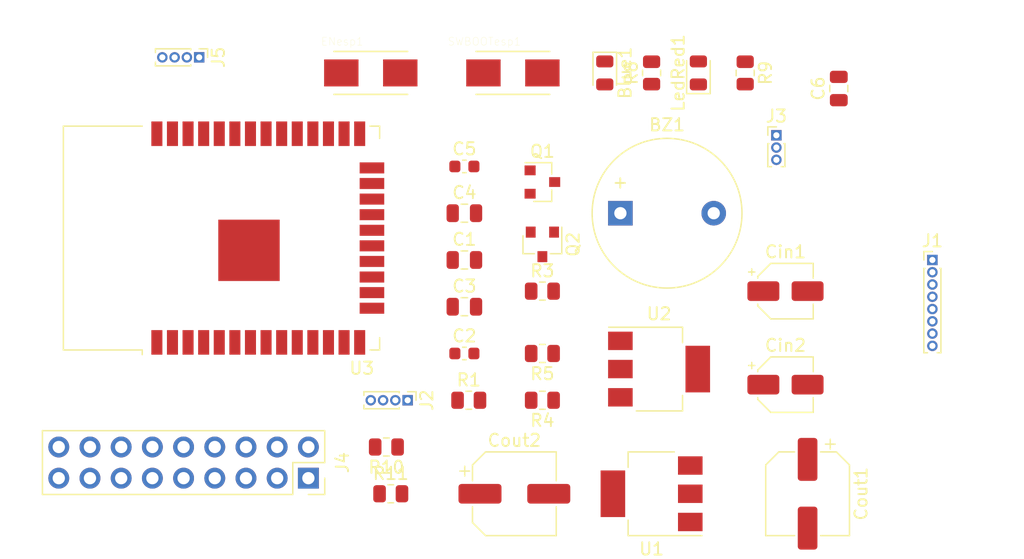
<source format=kicad_pcb>
(kicad_pcb (version 20171130) (host pcbnew "(5.1.9)-1")

  (general
    (thickness 1.6)
    (drawings 0)
    (tracks 0)
    (zones 0)
    (modules 33)
    (nets 52)
  )

  (page A4)
  (layers
    (0 F.Cu signal)
    (31 B.Cu signal)
    (32 B.Adhes user)
    (33 F.Adhes user)
    (34 B.Paste user)
    (35 F.Paste user)
    (36 B.SilkS user)
    (37 F.SilkS user)
    (38 B.Mask user)
    (39 F.Mask user)
    (40 Dwgs.User user)
    (41 Cmts.User user)
    (42 Eco1.User user)
    (43 Eco2.User user)
    (44 Edge.Cuts user)
    (45 Margin user)
    (46 B.CrtYd user)
    (47 F.CrtYd user)
    (48 B.Fab user)
    (49 F.Fab user)
  )

  (setup
    (last_trace_width 0.25)
    (trace_clearance 0.2)
    (zone_clearance 0.508)
    (zone_45_only no)
    (trace_min 0.2)
    (via_size 0.8)
    (via_drill 0.4)
    (via_min_size 0.4)
    (via_min_drill 0.3)
    (uvia_size 0.3)
    (uvia_drill 0.1)
    (uvias_allowed no)
    (uvia_min_size 0.2)
    (uvia_min_drill 0.1)
    (edge_width 0.05)
    (segment_width 0.2)
    (pcb_text_width 0.3)
    (pcb_text_size 1.5 1.5)
    (mod_edge_width 0.12)
    (mod_text_size 1 1)
    (mod_text_width 0.15)
    (pad_size 1.524 1.524)
    (pad_drill 0.762)
    (pad_to_mask_clearance 0)
    (aux_axis_origin 0 0)
    (visible_elements 7FFFFFFF)
    (pcbplotparams
      (layerselection 0x010fc_ffffffff)
      (usegerberextensions false)
      (usegerberattributes true)
      (usegerberadvancedattributes true)
      (creategerberjobfile true)
      (excludeedgelayer true)
      (linewidth 0.100000)
      (plotframeref false)
      (viasonmask false)
      (mode 1)
      (useauxorigin false)
      (hpglpennumber 1)
      (hpglpenspeed 20)
      (hpglpendiameter 15.000000)
      (psnegative false)
      (psa4output false)
      (plotreference true)
      (plotvalue true)
      (plotinvisibletext false)
      (padsonsilk false)
      (subtractmaskfromsilk false)
      (outputformat 1)
      (mirror false)
      (drillshape 1)
      (scaleselection 1)
      (outputdirectory ""))
  )

  (net 0 "")
  (net 1 "Net-(Blue1-Pad1)")
  (net 2 /IO13)
  (net 3 /BUZ)
  (net 4 GND)
  (net 5 +3V3)
  (net 6 /esp32-wroom/EN)
  (net 7 "Net-(C4-Pad1)")
  (net 8 "Net-(C5-Pad1)")
  (net 9 +12V)
  (net 10 +5V)
  (net 11 /SDAspi)
  (net 12 /SCK)
  (net 13 /MOSI)
  (net 14 /MISO)
  (net 15 "Net-(J1-Pad5)")
  (net 16 /RST)
  (net 17 /SDAi2c)
  (net 18 /SCLi2c)
  (net 19 /OBS)
  (net 20 /IO27)
  (net 21 /IO32)
  (net 22 /IO15)
  (net 23 /IO33)
  (net 24 /IO16)
  (net 25 /IO34)
  (net 26 /IO17)
  (net 27 /IO35)
  (net 28 /IO25)
  (net 29 /sensVP)
  (net 30 /IO26)
  (net 31 /sensVN)
  (net 32 /RXD0)
  (net 33 /TXD0)
  (net 34 "Net-(LedRed1-Pad2)")
  (net 35 "Net-(Q1-Pad3)")
  (net 36 "Net-(Q1-Pad1)")
  (net 37 "Net-(Q2-Pad1)")
  (net 38 "Net-(Q2-Pad3)")
  (net 39 "Net-(U3-Pad17)")
  (net 40 "Net-(U3-Pad18)")
  (net 41 "Net-(U3-Pad19)")
  (net 42 "Net-(U3-Pad20)")
  (net 43 "Net-(U3-Pad21)")
  (net 44 "Net-(U3-Pad22)")
  (net 45 /esp32-wroom/IO2)
  (net 46 /esp32-wroom/IO0)
  (net 47 "Net-(U3-Pad32)")
  (net 48 "Net-(J4-Pad4)")
  (net 49 "Net-(J4-Pad2)")
  (net 50 "Net-(J4-Pad5)")
  (net 51 "Net-(J4-Pad3)")

  (net_class Default "This is the default net class."
    (clearance 0.2)
    (trace_width 0.25)
    (via_dia 0.8)
    (via_drill 0.4)
    (uvia_dia 0.3)
    (uvia_drill 0.1)
    (add_net +12V)
    (add_net +3V3)
    (add_net +5V)
    (add_net /BUZ)
    (add_net /IO13)
    (add_net /IO15)
    (add_net /IO16)
    (add_net /IO17)
    (add_net /IO25)
    (add_net /IO26)
    (add_net /IO27)
    (add_net /IO32)
    (add_net /IO33)
    (add_net /IO34)
    (add_net /IO35)
    (add_net /MISO)
    (add_net /MOSI)
    (add_net /OBS)
    (add_net /RST)
    (add_net /RXD0)
    (add_net /SCK)
    (add_net /SCLi2c)
    (add_net /SDAi2c)
    (add_net /SDAspi)
    (add_net /TXD0)
    (add_net /esp32-wroom/EN)
    (add_net /esp32-wroom/IO0)
    (add_net /esp32-wroom/IO2)
    (add_net /sensVN)
    (add_net /sensVP)
    (add_net GND)
    (add_net "Net-(Blue1-Pad1)")
    (add_net "Net-(C4-Pad1)")
    (add_net "Net-(C5-Pad1)")
    (add_net "Net-(J1-Pad5)")
    (add_net "Net-(J4-Pad2)")
    (add_net "Net-(J4-Pad3)")
    (add_net "Net-(J4-Pad4)")
    (add_net "Net-(J4-Pad5)")
    (add_net "Net-(LedRed1-Pad2)")
    (add_net "Net-(Q1-Pad1)")
    (add_net "Net-(Q1-Pad3)")
    (add_net "Net-(Q2-Pad1)")
    (add_net "Net-(Q2-Pad3)")
    (add_net "Net-(U3-Pad17)")
    (add_net "Net-(U3-Pad18)")
    (add_net "Net-(U3-Pad19)")
    (add_net "Net-(U3-Pad20)")
    (add_net "Net-(U3-Pad21)")
    (add_net "Net-(U3-Pad22)")
    (add_net "Net-(U3-Pad32)")
  )

  (module Connector_PinSocket_2.54mm:PinSocket_2x09_P2.54mm_Vertical (layer F.Cu) (tedit 5A19A41B) (tstamp 608B02EE)
    (at 54.61 120.65 270)
    (descr "Through hole straight socket strip, 2x09, 2.54mm pitch, double cols (from Kicad 4.0.7), script generated")
    (tags "Through hole socket strip THT 2x09 2.54mm double row")
    (path /6080574C/60832310)
    (fp_text reference J4 (at -1.27 -2.77 90) (layer F.SilkS)
      (effects (font (size 1 1) (thickness 0.15)))
    )
    (fp_text value Conn_2Rows-15Pins (at -1.27 23.09 90) (layer F.Fab)
      (effects (font (size 1 1) (thickness 0.15)))
    )
    (fp_text user %R (at -1.27 10.16) (layer F.Fab)
      (effects (font (size 1 1) (thickness 0.15)))
    )
    (fp_line (start -3.81 -1.27) (end 0.27 -1.27) (layer F.Fab) (width 0.1))
    (fp_line (start 0.27 -1.27) (end 1.27 -0.27) (layer F.Fab) (width 0.1))
    (fp_line (start 1.27 -0.27) (end 1.27 21.59) (layer F.Fab) (width 0.1))
    (fp_line (start 1.27 21.59) (end -3.81 21.59) (layer F.Fab) (width 0.1))
    (fp_line (start -3.81 21.59) (end -3.81 -1.27) (layer F.Fab) (width 0.1))
    (fp_line (start -3.87 -1.33) (end -1.27 -1.33) (layer F.SilkS) (width 0.12))
    (fp_line (start -3.87 -1.33) (end -3.87 21.65) (layer F.SilkS) (width 0.12))
    (fp_line (start -3.87 21.65) (end 1.33 21.65) (layer F.SilkS) (width 0.12))
    (fp_line (start 1.33 1.27) (end 1.33 21.65) (layer F.SilkS) (width 0.12))
    (fp_line (start -1.27 1.27) (end 1.33 1.27) (layer F.SilkS) (width 0.12))
    (fp_line (start -1.27 -1.33) (end -1.27 1.27) (layer F.SilkS) (width 0.12))
    (fp_line (start 1.33 -1.33) (end 1.33 0) (layer F.SilkS) (width 0.12))
    (fp_line (start 0 -1.33) (end 1.33 -1.33) (layer F.SilkS) (width 0.12))
    (fp_line (start -4.34 -1.8) (end 1.76 -1.8) (layer F.CrtYd) (width 0.05))
    (fp_line (start 1.76 -1.8) (end 1.76 22.1) (layer F.CrtYd) (width 0.05))
    (fp_line (start 1.76 22.1) (end -4.34 22.1) (layer F.CrtYd) (width 0.05))
    (fp_line (start -4.34 22.1) (end -4.34 -1.8) (layer F.CrtYd) (width 0.05))
    (pad 18 thru_hole oval (at -2.54 20.32 270) (size 1.7 1.7) (drill 1) (layers *.Cu *.Mask))
    (pad 17 thru_hole oval (at 0 20.32 270) (size 1.7 1.7) (drill 1) (layers *.Cu *.Mask)
      (net 4 GND))
    (pad 16 thru_hole oval (at -2.54 17.78 270) (size 1.7 1.7) (drill 1) (layers *.Cu *.Mask)
      (net 4 GND))
    (pad 15 thru_hole oval (at 0 17.78 270) (size 1.7 1.7) (drill 1) (layers *.Cu *.Mask)
      (net 5 +3V3))
    (pad 14 thru_hole oval (at -2.54 15.24 270) (size 1.7 1.7) (drill 1) (layers *.Cu *.Mask)
      (net 29 /sensVP))
    (pad 13 thru_hole oval (at 0 15.24 270) (size 1.7 1.7) (drill 1) (layers *.Cu *.Mask)
      (net 31 /sensVN))
    (pad 12 thru_hole oval (at -2.54 12.7 270) (size 1.7 1.7) (drill 1) (layers *.Cu *.Mask)
      (net 25 /IO34))
    (pad 11 thru_hole oval (at 0 12.7 270) (size 1.7 1.7) (drill 1) (layers *.Cu *.Mask)
      (net 27 /IO35))
    (pad 10 thru_hole oval (at -2.54 10.16 270) (size 1.7 1.7) (drill 1) (layers *.Cu *.Mask)
      (net 21 /IO32))
    (pad 9 thru_hole oval (at 0 10.16 270) (size 1.7 1.7) (drill 1) (layers *.Cu *.Mask)
      (net 23 /IO33))
    (pad 8 thru_hole oval (at -2.54 7.62 270) (size 1.7 1.7) (drill 1) (layers *.Cu *.Mask)
      (net 28 /IO25))
    (pad 7 thru_hole oval (at 0 7.62 270) (size 1.7 1.7) (drill 1) (layers *.Cu *.Mask)
      (net 30 /IO26))
    (pad 6 thru_hole oval (at -2.54 5.08 270) (size 1.7 1.7) (drill 1) (layers *.Cu *.Mask)
      (net 20 /IO27))
    (pad 5 thru_hole oval (at 0 5.08 270) (size 1.7 1.7) (drill 1) (layers *.Cu *.Mask)
      (net 50 "Net-(J4-Pad5)"))
    (pad 4 thru_hole oval (at -2.54 2.54 270) (size 1.7 1.7) (drill 1) (layers *.Cu *.Mask)
      (net 48 "Net-(J4-Pad4)"))
    (pad 3 thru_hole oval (at 0 2.54 270) (size 1.7 1.7) (drill 1) (layers *.Cu *.Mask)
      (net 51 "Net-(J4-Pad3)"))
    (pad 2 thru_hole oval (at -2.54 0 270) (size 1.7 1.7) (drill 1) (layers *.Cu *.Mask)
      (net 49 "Net-(J4-Pad2)"))
    (pad 1 thru_hole rect (at 0 0 270) (size 1.7 1.7) (drill 1) (layers *.Cu *.Mask)
      (net 5 +3V3))
    (model ${KISYS3DMOD}/Connector_PinSocket_2.54mm.3dshapes/PinSocket_2x09_P2.54mm_Vertical.wrl
      (at (xyz 0 0 0))
      (scale (xyz 1 1 1))
      (rotate (xyz 0 0 0))
    )
  )

  (module LED_SMD:LED_0805_2012Metric (layer F.Cu) (tedit 5F68FEF1) (tstamp 608AE128)
    (at 78.74 87.63 270)
    (descr "LED SMD 0805 (2012 Metric), square (rectangular) end terminal, IPC_7351 nominal, (Body size source: https://docs.google.com/spreadsheets/d/1BsfQQcO9C6DZCsRaXUlFlo91Tg2WpOkGARC1WS5S8t0/edit?usp=sharing), generated with kicad-footprint-generator")
    (tags LED)
    (path /6077B277/607F1C37)
    (attr smd)
    (fp_text reference Blue1 (at 0 -1.65 90) (layer F.SilkS)
      (effects (font (size 1 1) (thickness 0.15)))
    )
    (fp_text value LED_Small (at 0 1.65 90) (layer F.Fab)
      (effects (font (size 1 1) (thickness 0.15)))
    )
    (fp_line (start 1 -0.6) (end -0.7 -0.6) (layer F.Fab) (width 0.1))
    (fp_line (start -0.7 -0.6) (end -1 -0.3) (layer F.Fab) (width 0.1))
    (fp_line (start -1 -0.3) (end -1 0.6) (layer F.Fab) (width 0.1))
    (fp_line (start -1 0.6) (end 1 0.6) (layer F.Fab) (width 0.1))
    (fp_line (start 1 0.6) (end 1 -0.6) (layer F.Fab) (width 0.1))
    (fp_line (start 1 -0.96) (end -1.685 -0.96) (layer F.SilkS) (width 0.12))
    (fp_line (start -1.685 -0.96) (end -1.685 0.96) (layer F.SilkS) (width 0.12))
    (fp_line (start -1.685 0.96) (end 1 0.96) (layer F.SilkS) (width 0.12))
    (fp_line (start -1.68 0.95) (end -1.68 -0.95) (layer F.CrtYd) (width 0.05))
    (fp_line (start -1.68 -0.95) (end 1.68 -0.95) (layer F.CrtYd) (width 0.05))
    (fp_line (start 1.68 -0.95) (end 1.68 0.95) (layer F.CrtYd) (width 0.05))
    (fp_line (start 1.68 0.95) (end -1.68 0.95) (layer F.CrtYd) (width 0.05))
    (fp_text user %R (at 0 0 90) (layer F.Fab)
      (effects (font (size 0.5 0.5) (thickness 0.08)))
    )
    (pad 1 smd roundrect (at -0.9375 0 270) (size 0.975 1.4) (layers F.Cu F.Paste F.Mask) (roundrect_rratio 0.25)
      (net 1 "Net-(Blue1-Pad1)"))
    (pad 2 smd roundrect (at 0.9375 0 270) (size 0.975 1.4) (layers F.Cu F.Paste F.Mask) (roundrect_rratio 0.25)
      (net 2 /IO13))
    (model ${KISYS3DMOD}/LED_SMD.3dshapes/LED_0805_2012Metric.wrl
      (at (xyz 0 0 0))
      (scale (xyz 1 1 1))
      (rotate (xyz 0 0 0))
    )
  )

  (module Buzzer_Beeper:Buzzer_12x9.5RM7.6 (layer F.Cu) (tedit 5A030281) (tstamp 608AE135)
    (at 80.01 99.06)
    (descr "Generic Buzzer, D12mm height 9.5mm with RM7.6mm")
    (tags buzzer)
    (path /6080574C/60810B64)
    (fp_text reference BZ1 (at 3.8 -7.2) (layer F.SilkS)
      (effects (font (size 1 1) (thickness 0.15)))
    )
    (fp_text value Buzzer (at 3.8 7.4) (layer F.Fab)
      (effects (font (size 1 1) (thickness 0.15)))
    )
    (fp_circle (center 3.8 0) (end 10.05 0) (layer F.CrtYd) (width 0.05))
    (fp_circle (center 3.8 0) (end 9.8 0) (layer F.Fab) (width 0.1))
    (fp_circle (center 3.8 0) (end 4.8 0) (layer F.Fab) (width 0.1))
    (fp_circle (center 3.8 0) (end 9.9 0) (layer F.SilkS) (width 0.12))
    (fp_text user + (at -0.01 -2.54) (layer F.Fab)
      (effects (font (size 1 1) (thickness 0.15)))
    )
    (fp_text user + (at -0.01 -2.54) (layer F.SilkS)
      (effects (font (size 1 1) (thickness 0.15)))
    )
    (fp_text user %R (at 3.8 -4) (layer F.Fab)
      (effects (font (size 1 1) (thickness 0.15)))
    )
    (pad 1 thru_hole rect (at 0 0) (size 2 2) (drill 1) (layers *.Cu *.Mask)
      (net 3 /BUZ))
    (pad 2 thru_hole circle (at 7.6 0) (size 2 2) (drill 1) (layers *.Cu *.Mask)
      (net 4 GND))
    (model ${KISYS3DMOD}/Buzzer_Beeper.3dshapes/Buzzer_12x9.5RM7.6.wrl
      (at (xyz 0 0 0))
      (scale (xyz 1 1 1))
      (rotate (xyz 0 0 0))
    )
  )

  (module Capacitor_SMD:C_0805_2012Metric (layer F.Cu) (tedit 5F68FEEE) (tstamp 608AE146)
    (at 67.31 102.87)
    (descr "Capacitor SMD 0805 (2012 Metric), square (rectangular) end terminal, IPC_7351 nominal, (Body size source: IPC-SM-782 page 76, https://www.pcb-3d.com/wordpress/wp-content/uploads/ipc-sm-782a_amendment_1_and_2.pdf, https://docs.google.com/spreadsheets/d/1BsfQQcO9C6DZCsRaXUlFlo91Tg2WpOkGARC1WS5S8t0/edit?usp=sharing), generated with kicad-footprint-generator")
    (tags capacitor)
    (path /6077B277/607F512C)
    (attr smd)
    (fp_text reference C1 (at 0 -1.68) (layer F.SilkS)
      (effects (font (size 1 1) (thickness 0.15)))
    )
    (fp_text value 0.1uF (at 0 1.68) (layer F.Fab)
      (effects (font (size 1 1) (thickness 0.15)))
    )
    (fp_line (start -1 0.625) (end -1 -0.625) (layer F.Fab) (width 0.1))
    (fp_line (start -1 -0.625) (end 1 -0.625) (layer F.Fab) (width 0.1))
    (fp_line (start 1 -0.625) (end 1 0.625) (layer F.Fab) (width 0.1))
    (fp_line (start 1 0.625) (end -1 0.625) (layer F.Fab) (width 0.1))
    (fp_line (start -0.261252 -0.735) (end 0.261252 -0.735) (layer F.SilkS) (width 0.12))
    (fp_line (start -0.261252 0.735) (end 0.261252 0.735) (layer F.SilkS) (width 0.12))
    (fp_line (start -1.7 0.98) (end -1.7 -0.98) (layer F.CrtYd) (width 0.05))
    (fp_line (start -1.7 -0.98) (end 1.7 -0.98) (layer F.CrtYd) (width 0.05))
    (fp_line (start 1.7 -0.98) (end 1.7 0.98) (layer F.CrtYd) (width 0.05))
    (fp_line (start 1.7 0.98) (end -1.7 0.98) (layer F.CrtYd) (width 0.05))
    (fp_text user %R (at 0 0) (layer F.Fab)
      (effects (font (size 0.5 0.5) (thickness 0.08)))
    )
    (pad 1 smd roundrect (at -0.95 0) (size 1 1.45) (layers F.Cu F.Paste F.Mask) (roundrect_rratio 0.25)
      (net 5 +3V3))
    (pad 2 smd roundrect (at 0.95 0) (size 1 1.45) (layers F.Cu F.Paste F.Mask) (roundrect_rratio 0.25)
      (net 4 GND))
    (model ${KISYS3DMOD}/Capacitor_SMD.3dshapes/C_0805_2012Metric.wrl
      (at (xyz 0 0 0))
      (scale (xyz 1 1 1))
      (rotate (xyz 0 0 0))
    )
  )

  (module Capacitor_SMD:C_0603_1608Metric (layer F.Cu) (tedit 5F68FEEE) (tstamp 608AE157)
    (at 67.31 110.49)
    (descr "Capacitor SMD 0603 (1608 Metric), square (rectangular) end terminal, IPC_7351 nominal, (Body size source: IPC-SM-782 page 76, https://www.pcb-3d.com/wordpress/wp-content/uploads/ipc-sm-782a_amendment_1_and_2.pdf), generated with kicad-footprint-generator")
    (tags capacitor)
    (path /6077B277/607F59D2)
    (attr smd)
    (fp_text reference C2 (at 0 -1.43) (layer F.SilkS)
      (effects (font (size 1 1) (thickness 0.15)))
    )
    (fp_text value 10uF (at 0 1.43) (layer F.Fab)
      (effects (font (size 1 1) (thickness 0.15)))
    )
    (fp_line (start -0.8 0.4) (end -0.8 -0.4) (layer F.Fab) (width 0.1))
    (fp_line (start -0.8 -0.4) (end 0.8 -0.4) (layer F.Fab) (width 0.1))
    (fp_line (start 0.8 -0.4) (end 0.8 0.4) (layer F.Fab) (width 0.1))
    (fp_line (start 0.8 0.4) (end -0.8 0.4) (layer F.Fab) (width 0.1))
    (fp_line (start -0.14058 -0.51) (end 0.14058 -0.51) (layer F.SilkS) (width 0.12))
    (fp_line (start -0.14058 0.51) (end 0.14058 0.51) (layer F.SilkS) (width 0.12))
    (fp_line (start -1.48 0.73) (end -1.48 -0.73) (layer F.CrtYd) (width 0.05))
    (fp_line (start -1.48 -0.73) (end 1.48 -0.73) (layer F.CrtYd) (width 0.05))
    (fp_line (start 1.48 -0.73) (end 1.48 0.73) (layer F.CrtYd) (width 0.05))
    (fp_line (start 1.48 0.73) (end -1.48 0.73) (layer F.CrtYd) (width 0.05))
    (fp_text user %R (at 0 0) (layer F.Fab)
      (effects (font (size 0.4 0.4) (thickness 0.06)))
    )
    (pad 1 smd roundrect (at -0.775 0) (size 0.9 0.95) (layers F.Cu F.Paste F.Mask) (roundrect_rratio 0.25)
      (net 5 +3V3))
    (pad 2 smd roundrect (at 0.775 0) (size 0.9 0.95) (layers F.Cu F.Paste F.Mask) (roundrect_rratio 0.25)
      (net 4 GND))
    (model ${KISYS3DMOD}/Capacitor_SMD.3dshapes/C_0603_1608Metric.wrl
      (at (xyz 0 0 0))
      (scale (xyz 1 1 1))
      (rotate (xyz 0 0 0))
    )
  )

  (module Capacitor_SMD:C_0805_2012Metric (layer F.Cu) (tedit 5F68FEEE) (tstamp 608AE168)
    (at 67.31 106.68)
    (descr "Capacitor SMD 0805 (2012 Metric), square (rectangular) end terminal, IPC_7351 nominal, (Body size source: IPC-SM-782 page 76, https://www.pcb-3d.com/wordpress/wp-content/uploads/ipc-sm-782a_amendment_1_and_2.pdf, https://docs.google.com/spreadsheets/d/1BsfQQcO9C6DZCsRaXUlFlo91Tg2WpOkGARC1WS5S8t0/edit?usp=sharing), generated with kicad-footprint-generator")
    (tags capacitor)
    (path /6077B277/607F9D34)
    (attr smd)
    (fp_text reference C3 (at 0 -1.68) (layer F.SilkS)
      (effects (font (size 1 1) (thickness 0.15)))
    )
    (fp_text value 1uF (at 0 1.68) (layer F.Fab)
      (effects (font (size 1 1) (thickness 0.15)))
    )
    (fp_line (start 1.7 0.98) (end -1.7 0.98) (layer F.CrtYd) (width 0.05))
    (fp_line (start 1.7 -0.98) (end 1.7 0.98) (layer F.CrtYd) (width 0.05))
    (fp_line (start -1.7 -0.98) (end 1.7 -0.98) (layer F.CrtYd) (width 0.05))
    (fp_line (start -1.7 0.98) (end -1.7 -0.98) (layer F.CrtYd) (width 0.05))
    (fp_line (start -0.261252 0.735) (end 0.261252 0.735) (layer F.SilkS) (width 0.12))
    (fp_line (start -0.261252 -0.735) (end 0.261252 -0.735) (layer F.SilkS) (width 0.12))
    (fp_line (start 1 0.625) (end -1 0.625) (layer F.Fab) (width 0.1))
    (fp_line (start 1 -0.625) (end 1 0.625) (layer F.Fab) (width 0.1))
    (fp_line (start -1 -0.625) (end 1 -0.625) (layer F.Fab) (width 0.1))
    (fp_line (start -1 0.625) (end -1 -0.625) (layer F.Fab) (width 0.1))
    (fp_text user %R (at 0 0) (layer F.Fab)
      (effects (font (size 0.5 0.5) (thickness 0.08)))
    )
    (pad 2 smd roundrect (at 0.95 0) (size 1 1.45) (layers F.Cu F.Paste F.Mask) (roundrect_rratio 0.25)
      (net 4 GND))
    (pad 1 smd roundrect (at -0.95 0) (size 1 1.45) (layers F.Cu F.Paste F.Mask) (roundrect_rratio 0.25)
      (net 6 /esp32-wroom/EN))
    (model ${KISYS3DMOD}/Capacitor_SMD.3dshapes/C_0805_2012Metric.wrl
      (at (xyz 0 0 0))
      (scale (xyz 1 1 1))
      (rotate (xyz 0 0 0))
    )
  )

  (module Capacitor_SMD:C_0805_2012Metric (layer F.Cu) (tedit 5F68FEEE) (tstamp 608AE179)
    (at 67.31 99.06)
    (descr "Capacitor SMD 0805 (2012 Metric), square (rectangular) end terminal, IPC_7351 nominal, (Body size source: IPC-SM-782 page 76, https://www.pcb-3d.com/wordpress/wp-content/uploads/ipc-sm-782a_amendment_1_and_2.pdf, https://docs.google.com/spreadsheets/d/1BsfQQcO9C6DZCsRaXUlFlo91Tg2WpOkGARC1WS5S8t0/edit?usp=sharing), generated with kicad-footprint-generator")
    (tags capacitor)
    (path /6077B277/6081C667)
    (attr smd)
    (fp_text reference C4 (at 0 -1.68) (layer F.SilkS)
      (effects (font (size 1 1) (thickness 0.15)))
    )
    (fp_text value 0.1uF (at 0 1.68) (layer F.Fab)
      (effects (font (size 1 1) (thickness 0.15)))
    )
    (fp_line (start -1 0.625) (end -1 -0.625) (layer F.Fab) (width 0.1))
    (fp_line (start -1 -0.625) (end 1 -0.625) (layer F.Fab) (width 0.1))
    (fp_line (start 1 -0.625) (end 1 0.625) (layer F.Fab) (width 0.1))
    (fp_line (start 1 0.625) (end -1 0.625) (layer F.Fab) (width 0.1))
    (fp_line (start -0.261252 -0.735) (end 0.261252 -0.735) (layer F.SilkS) (width 0.12))
    (fp_line (start -0.261252 0.735) (end 0.261252 0.735) (layer F.SilkS) (width 0.12))
    (fp_line (start -1.7 0.98) (end -1.7 -0.98) (layer F.CrtYd) (width 0.05))
    (fp_line (start -1.7 -0.98) (end 1.7 -0.98) (layer F.CrtYd) (width 0.05))
    (fp_line (start 1.7 -0.98) (end 1.7 0.98) (layer F.CrtYd) (width 0.05))
    (fp_line (start 1.7 0.98) (end -1.7 0.98) (layer F.CrtYd) (width 0.05))
    (fp_text user %R (at 0 0) (layer F.Fab)
      (effects (font (size 0.5 0.5) (thickness 0.08)))
    )
    (pad 1 smd roundrect (at -0.95 0) (size 1 1.45) (layers F.Cu F.Paste F.Mask) (roundrect_rratio 0.25)
      (net 7 "Net-(C4-Pad1)"))
    (pad 2 smd roundrect (at 0.95 0) (size 1 1.45) (layers F.Cu F.Paste F.Mask) (roundrect_rratio 0.25)
      (net 4 GND))
    (model ${KISYS3DMOD}/Capacitor_SMD.3dshapes/C_0805_2012Metric.wrl
      (at (xyz 0 0 0))
      (scale (xyz 1 1 1))
      (rotate (xyz 0 0 0))
    )
  )

  (module Capacitor_SMD:C_0603_1608Metric (layer F.Cu) (tedit 5F68FEEE) (tstamp 608AE18A)
    (at 67.31 95.25)
    (descr "Capacitor SMD 0603 (1608 Metric), square (rectangular) end terminal, IPC_7351 nominal, (Body size source: IPC-SM-782 page 76, https://www.pcb-3d.com/wordpress/wp-content/uploads/ipc-sm-782a_amendment_1_and_2.pdf), generated with kicad-footprint-generator")
    (tags capacitor)
    (path /6077B277/6081D2CC)
    (attr smd)
    (fp_text reference C5 (at 0 -1.43) (layer F.SilkS)
      (effects (font (size 1 1) (thickness 0.15)))
    )
    (fp_text value 1nF (at 0 1.43) (layer F.Fab)
      (effects (font (size 1 1) (thickness 0.15)))
    )
    (fp_line (start 1.48 0.73) (end -1.48 0.73) (layer F.CrtYd) (width 0.05))
    (fp_line (start 1.48 -0.73) (end 1.48 0.73) (layer F.CrtYd) (width 0.05))
    (fp_line (start -1.48 -0.73) (end 1.48 -0.73) (layer F.CrtYd) (width 0.05))
    (fp_line (start -1.48 0.73) (end -1.48 -0.73) (layer F.CrtYd) (width 0.05))
    (fp_line (start -0.14058 0.51) (end 0.14058 0.51) (layer F.SilkS) (width 0.12))
    (fp_line (start -0.14058 -0.51) (end 0.14058 -0.51) (layer F.SilkS) (width 0.12))
    (fp_line (start 0.8 0.4) (end -0.8 0.4) (layer F.Fab) (width 0.1))
    (fp_line (start 0.8 -0.4) (end 0.8 0.4) (layer F.Fab) (width 0.1))
    (fp_line (start -0.8 -0.4) (end 0.8 -0.4) (layer F.Fab) (width 0.1))
    (fp_line (start -0.8 0.4) (end -0.8 -0.4) (layer F.Fab) (width 0.1))
    (fp_text user %R (at 0 0) (layer F.Fab)
      (effects (font (size 0.4 0.4) (thickness 0.06)))
    )
    (pad 2 smd roundrect (at 0.775 0) (size 0.9 0.95) (layers F.Cu F.Paste F.Mask) (roundrect_rratio 0.25)
      (net 4 GND))
    (pad 1 smd roundrect (at -0.775 0) (size 0.9 0.95) (layers F.Cu F.Paste F.Mask) (roundrect_rratio 0.25)
      (net 8 "Net-(C5-Pad1)"))
    (model ${KISYS3DMOD}/Capacitor_SMD.3dshapes/C_0603_1608Metric.wrl
      (at (xyz 0 0 0))
      (scale (xyz 1 1 1))
      (rotate (xyz 0 0 0))
    )
  )

  (module Capacitor_SMD:C_0805_2012Metric (layer F.Cu) (tedit 5F68FEEE) (tstamp 608AE19B)
    (at 97.79 88.9 90)
    (descr "Capacitor SMD 0805 (2012 Metric), square (rectangular) end terminal, IPC_7351 nominal, (Body size source: IPC-SM-782 page 76, https://www.pcb-3d.com/wordpress/wp-content/uploads/ipc-sm-782a_amendment_1_and_2.pdf, https://docs.google.com/spreadsheets/d/1BsfQQcO9C6DZCsRaXUlFlo91Tg2WpOkGARC1WS5S8t0/edit?usp=sharing), generated with kicad-footprint-generator")
    (tags capacitor)
    (path /6080574C/608DA247)
    (attr smd)
    (fp_text reference C6 (at 0 -1.68 90) (layer F.SilkS)
      (effects (font (size 1 1) (thickness 0.15)))
    )
    (fp_text value 0.1uF (at 0 1.68 90) (layer F.Fab)
      (effects (font (size 1 1) (thickness 0.15)))
    )
    (fp_line (start 1.7 0.98) (end -1.7 0.98) (layer F.CrtYd) (width 0.05))
    (fp_line (start 1.7 -0.98) (end 1.7 0.98) (layer F.CrtYd) (width 0.05))
    (fp_line (start -1.7 -0.98) (end 1.7 -0.98) (layer F.CrtYd) (width 0.05))
    (fp_line (start -1.7 0.98) (end -1.7 -0.98) (layer F.CrtYd) (width 0.05))
    (fp_line (start -0.261252 0.735) (end 0.261252 0.735) (layer F.SilkS) (width 0.12))
    (fp_line (start -0.261252 -0.735) (end 0.261252 -0.735) (layer F.SilkS) (width 0.12))
    (fp_line (start 1 0.625) (end -1 0.625) (layer F.Fab) (width 0.1))
    (fp_line (start 1 -0.625) (end 1 0.625) (layer F.Fab) (width 0.1))
    (fp_line (start -1 -0.625) (end 1 -0.625) (layer F.Fab) (width 0.1))
    (fp_line (start -1 0.625) (end -1 -0.625) (layer F.Fab) (width 0.1))
    (fp_text user %R (at 0 0 90) (layer F.Fab)
      (effects (font (size 0.5 0.5) (thickness 0.08)))
    )
    (pad 2 smd roundrect (at 0.95 0 90) (size 1 1.45) (layers F.Cu F.Paste F.Mask) (roundrect_rratio 0.25)
      (net 4 GND))
    (pad 1 smd roundrect (at -0.95 0 90) (size 1 1.45) (layers F.Cu F.Paste F.Mask) (roundrect_rratio 0.25)
      (net 5 +3V3))
    (model ${KISYS3DMOD}/Capacitor_SMD.3dshapes/C_0805_2012Metric.wrl
      (at (xyz 0 0 0))
      (scale (xyz 1 1 1))
      (rotate (xyz 0 0 0))
    )
  )

  (module Capacitor_SMD:CP_Elec_4x5.7 (layer F.Cu) (tedit 5BCA39CF) (tstamp 608AE1C3)
    (at 93.45 105.41)
    (descr "SMD capacitor, aluminum electrolytic, United Chemi-Con, 4.0x5.7mm")
    (tags "capacitor electrolytic")
    (path /608889A3/6088E20B)
    (attr smd)
    (fp_text reference Cin1 (at 0 -3.2) (layer F.SilkS)
      (effects (font (size 1 1) (thickness 0.15)))
    )
    (fp_text value 10u (at 0 3.2) (layer F.Fab)
      (effects (font (size 1 1) (thickness 0.15)))
    )
    (fp_line (start -3.35 1.05) (end -2.4 1.05) (layer F.CrtYd) (width 0.05))
    (fp_line (start -3.35 -1.05) (end -3.35 1.05) (layer F.CrtYd) (width 0.05))
    (fp_line (start -2.4 -1.05) (end -3.35 -1.05) (layer F.CrtYd) (width 0.05))
    (fp_line (start -2.4 1.05) (end -2.4 1.25) (layer F.CrtYd) (width 0.05))
    (fp_line (start -2.4 -1.25) (end -2.4 -1.05) (layer F.CrtYd) (width 0.05))
    (fp_line (start -2.4 -1.25) (end -1.25 -2.4) (layer F.CrtYd) (width 0.05))
    (fp_line (start -2.4 1.25) (end -1.25 2.4) (layer F.CrtYd) (width 0.05))
    (fp_line (start -1.25 -2.4) (end 2.4 -2.4) (layer F.CrtYd) (width 0.05))
    (fp_line (start -1.25 2.4) (end 2.4 2.4) (layer F.CrtYd) (width 0.05))
    (fp_line (start 2.4 1.05) (end 2.4 2.4) (layer F.CrtYd) (width 0.05))
    (fp_line (start 3.35 1.05) (end 2.4 1.05) (layer F.CrtYd) (width 0.05))
    (fp_line (start 3.35 -1.05) (end 3.35 1.05) (layer F.CrtYd) (width 0.05))
    (fp_line (start 2.4 -1.05) (end 3.35 -1.05) (layer F.CrtYd) (width 0.05))
    (fp_line (start 2.4 -2.4) (end 2.4 -1.05) (layer F.CrtYd) (width 0.05))
    (fp_line (start -2.75 -1.81) (end -2.75 -1.31) (layer F.SilkS) (width 0.12))
    (fp_line (start -3 -1.56) (end -2.5 -1.56) (layer F.SilkS) (width 0.12))
    (fp_line (start -2.26 1.195563) (end -1.195563 2.26) (layer F.SilkS) (width 0.12))
    (fp_line (start -2.26 -1.195563) (end -1.195563 -2.26) (layer F.SilkS) (width 0.12))
    (fp_line (start -2.26 -1.195563) (end -2.26 -1.06) (layer F.SilkS) (width 0.12))
    (fp_line (start -2.26 1.195563) (end -2.26 1.06) (layer F.SilkS) (width 0.12))
    (fp_line (start -1.195563 2.26) (end 2.26 2.26) (layer F.SilkS) (width 0.12))
    (fp_line (start -1.195563 -2.26) (end 2.26 -2.26) (layer F.SilkS) (width 0.12))
    (fp_line (start 2.26 -2.26) (end 2.26 -1.06) (layer F.SilkS) (width 0.12))
    (fp_line (start 2.26 2.26) (end 2.26 1.06) (layer F.SilkS) (width 0.12))
    (fp_line (start -1.374773 -1.2) (end -1.374773 -0.8) (layer F.Fab) (width 0.1))
    (fp_line (start -1.574773 -1) (end -1.174773 -1) (layer F.Fab) (width 0.1))
    (fp_line (start -2.15 1.15) (end -1.15 2.15) (layer F.Fab) (width 0.1))
    (fp_line (start -2.15 -1.15) (end -1.15 -2.15) (layer F.Fab) (width 0.1))
    (fp_line (start -2.15 -1.15) (end -2.15 1.15) (layer F.Fab) (width 0.1))
    (fp_line (start -1.15 2.15) (end 2.15 2.15) (layer F.Fab) (width 0.1))
    (fp_line (start -1.15 -2.15) (end 2.15 -2.15) (layer F.Fab) (width 0.1))
    (fp_line (start 2.15 -2.15) (end 2.15 2.15) (layer F.Fab) (width 0.1))
    (fp_circle (center 0 0) (end 2 0) (layer F.Fab) (width 0.1))
    (fp_text user %R (at 0 0) (layer F.Fab)
      (effects (font (size 0.8 0.8) (thickness 0.12)))
    )
    (pad 2 smd roundrect (at 1.8 0) (size 2.6 1.6) (layers F.Cu F.Paste F.Mask) (roundrect_rratio 0.15625)
      (net 4 GND))
    (pad 1 smd roundrect (at -1.8 0) (size 2.6 1.6) (layers F.Cu F.Paste F.Mask) (roundrect_rratio 0.15625)
      (net 9 +12V))
    (model ${KISYS3DMOD}/Capacitor_SMD.3dshapes/CP_Elec_4x5.7.wrl
      (at (xyz 0 0 0))
      (scale (xyz 1 1 1))
      (rotate (xyz 0 0 0))
    )
  )

  (module Capacitor_SMD:CP_Elec_4x5.7 (layer F.Cu) (tedit 5BCA39CF) (tstamp 608AE1EB)
    (at 93.45 113.03)
    (descr "SMD capacitor, aluminum electrolytic, United Chemi-Con, 4.0x5.7mm")
    (tags "capacitor electrolytic")
    (path /608889A3/6088E236)
    (attr smd)
    (fp_text reference Cin2 (at 0 -3.2) (layer F.SilkS)
      (effects (font (size 1 1) (thickness 0.15)))
    )
    (fp_text value 10u (at 0 3.2) (layer F.Fab)
      (effects (font (size 1 1) (thickness 0.15)))
    )
    (fp_circle (center 0 0) (end 2 0) (layer F.Fab) (width 0.1))
    (fp_line (start 2.15 -2.15) (end 2.15 2.15) (layer F.Fab) (width 0.1))
    (fp_line (start -1.15 -2.15) (end 2.15 -2.15) (layer F.Fab) (width 0.1))
    (fp_line (start -1.15 2.15) (end 2.15 2.15) (layer F.Fab) (width 0.1))
    (fp_line (start -2.15 -1.15) (end -2.15 1.15) (layer F.Fab) (width 0.1))
    (fp_line (start -2.15 -1.15) (end -1.15 -2.15) (layer F.Fab) (width 0.1))
    (fp_line (start -2.15 1.15) (end -1.15 2.15) (layer F.Fab) (width 0.1))
    (fp_line (start -1.574773 -1) (end -1.174773 -1) (layer F.Fab) (width 0.1))
    (fp_line (start -1.374773 -1.2) (end -1.374773 -0.8) (layer F.Fab) (width 0.1))
    (fp_line (start 2.26 2.26) (end 2.26 1.06) (layer F.SilkS) (width 0.12))
    (fp_line (start 2.26 -2.26) (end 2.26 -1.06) (layer F.SilkS) (width 0.12))
    (fp_line (start -1.195563 -2.26) (end 2.26 -2.26) (layer F.SilkS) (width 0.12))
    (fp_line (start -1.195563 2.26) (end 2.26 2.26) (layer F.SilkS) (width 0.12))
    (fp_line (start -2.26 1.195563) (end -2.26 1.06) (layer F.SilkS) (width 0.12))
    (fp_line (start -2.26 -1.195563) (end -2.26 -1.06) (layer F.SilkS) (width 0.12))
    (fp_line (start -2.26 -1.195563) (end -1.195563 -2.26) (layer F.SilkS) (width 0.12))
    (fp_line (start -2.26 1.195563) (end -1.195563 2.26) (layer F.SilkS) (width 0.12))
    (fp_line (start -3 -1.56) (end -2.5 -1.56) (layer F.SilkS) (width 0.12))
    (fp_line (start -2.75 -1.81) (end -2.75 -1.31) (layer F.SilkS) (width 0.12))
    (fp_line (start 2.4 -2.4) (end 2.4 -1.05) (layer F.CrtYd) (width 0.05))
    (fp_line (start 2.4 -1.05) (end 3.35 -1.05) (layer F.CrtYd) (width 0.05))
    (fp_line (start 3.35 -1.05) (end 3.35 1.05) (layer F.CrtYd) (width 0.05))
    (fp_line (start 3.35 1.05) (end 2.4 1.05) (layer F.CrtYd) (width 0.05))
    (fp_line (start 2.4 1.05) (end 2.4 2.4) (layer F.CrtYd) (width 0.05))
    (fp_line (start -1.25 2.4) (end 2.4 2.4) (layer F.CrtYd) (width 0.05))
    (fp_line (start -1.25 -2.4) (end 2.4 -2.4) (layer F.CrtYd) (width 0.05))
    (fp_line (start -2.4 1.25) (end -1.25 2.4) (layer F.CrtYd) (width 0.05))
    (fp_line (start -2.4 -1.25) (end -1.25 -2.4) (layer F.CrtYd) (width 0.05))
    (fp_line (start -2.4 -1.25) (end -2.4 -1.05) (layer F.CrtYd) (width 0.05))
    (fp_line (start -2.4 1.05) (end -2.4 1.25) (layer F.CrtYd) (width 0.05))
    (fp_line (start -2.4 -1.05) (end -3.35 -1.05) (layer F.CrtYd) (width 0.05))
    (fp_line (start -3.35 -1.05) (end -3.35 1.05) (layer F.CrtYd) (width 0.05))
    (fp_line (start -3.35 1.05) (end -2.4 1.05) (layer F.CrtYd) (width 0.05))
    (fp_text user %R (at 0 0) (layer F.Fab)
      (effects (font (size 0.8 0.8) (thickness 0.12)))
    )
    (pad 1 smd roundrect (at -1.8 0) (size 2.6 1.6) (layers F.Cu F.Paste F.Mask) (roundrect_rratio 0.15625)
      (net 9 +12V))
    (pad 2 smd roundrect (at 1.8 0) (size 2.6 1.6) (layers F.Cu F.Paste F.Mask) (roundrect_rratio 0.15625)
      (net 4 GND))
    (model ${KISYS3DMOD}/Capacitor_SMD.3dshapes/CP_Elec_4x5.7.wrl
      (at (xyz 0 0 0))
      (scale (xyz 1 1 1))
      (rotate (xyz 0 0 0))
    )
  )

  (module Capacitor_SMD:CP_Elec_6.3x5.9 (layer F.Cu) (tedit 5BCA39D0) (tstamp 608AE213)
    (at 95.25 121.92 270)
    (descr "SMD capacitor, aluminum electrolytic, Panasonic C6, 6.3x5.9mm")
    (tags "capacitor electrolytic")
    (path /608889A3/6088E212)
    (attr smd)
    (fp_text reference Cout1 (at 0 -4.35 90) (layer F.SilkS)
      (effects (font (size 1 1) (thickness 0.15)))
    )
    (fp_text value 100u (at 0 4.35 90) (layer F.Fab)
      (effects (font (size 1 1) (thickness 0.15)))
    )
    (fp_line (start -4.8 1.05) (end -3.55 1.05) (layer F.CrtYd) (width 0.05))
    (fp_line (start -4.8 -1.05) (end -4.8 1.05) (layer F.CrtYd) (width 0.05))
    (fp_line (start -3.55 -1.05) (end -4.8 -1.05) (layer F.CrtYd) (width 0.05))
    (fp_line (start -3.55 1.05) (end -3.55 2.4) (layer F.CrtYd) (width 0.05))
    (fp_line (start -3.55 -2.4) (end -3.55 -1.05) (layer F.CrtYd) (width 0.05))
    (fp_line (start -3.55 -2.4) (end -2.4 -3.55) (layer F.CrtYd) (width 0.05))
    (fp_line (start -3.55 2.4) (end -2.4 3.55) (layer F.CrtYd) (width 0.05))
    (fp_line (start -2.4 -3.55) (end 3.55 -3.55) (layer F.CrtYd) (width 0.05))
    (fp_line (start -2.4 3.55) (end 3.55 3.55) (layer F.CrtYd) (width 0.05))
    (fp_line (start 3.55 1.05) (end 3.55 3.55) (layer F.CrtYd) (width 0.05))
    (fp_line (start 4.8 1.05) (end 3.55 1.05) (layer F.CrtYd) (width 0.05))
    (fp_line (start 4.8 -1.05) (end 4.8 1.05) (layer F.CrtYd) (width 0.05))
    (fp_line (start 3.55 -1.05) (end 4.8 -1.05) (layer F.CrtYd) (width 0.05))
    (fp_line (start 3.55 -3.55) (end 3.55 -1.05) (layer F.CrtYd) (width 0.05))
    (fp_line (start -4.04375 -2.24125) (end -4.04375 -1.45375) (layer F.SilkS) (width 0.12))
    (fp_line (start -4.4375 -1.8475) (end -3.65 -1.8475) (layer F.SilkS) (width 0.12))
    (fp_line (start -3.41 2.345563) (end -2.345563 3.41) (layer F.SilkS) (width 0.12))
    (fp_line (start -3.41 -2.345563) (end -2.345563 -3.41) (layer F.SilkS) (width 0.12))
    (fp_line (start -3.41 -2.345563) (end -3.41 -1.06) (layer F.SilkS) (width 0.12))
    (fp_line (start -3.41 2.345563) (end -3.41 1.06) (layer F.SilkS) (width 0.12))
    (fp_line (start -2.345563 3.41) (end 3.41 3.41) (layer F.SilkS) (width 0.12))
    (fp_line (start -2.345563 -3.41) (end 3.41 -3.41) (layer F.SilkS) (width 0.12))
    (fp_line (start 3.41 -3.41) (end 3.41 -1.06) (layer F.SilkS) (width 0.12))
    (fp_line (start 3.41 3.41) (end 3.41 1.06) (layer F.SilkS) (width 0.12))
    (fp_line (start -2.389838 -1.645) (end -2.389838 -1.015) (layer F.Fab) (width 0.1))
    (fp_line (start -2.704838 -1.33) (end -2.074838 -1.33) (layer F.Fab) (width 0.1))
    (fp_line (start -3.3 2.3) (end -2.3 3.3) (layer F.Fab) (width 0.1))
    (fp_line (start -3.3 -2.3) (end -2.3 -3.3) (layer F.Fab) (width 0.1))
    (fp_line (start -3.3 -2.3) (end -3.3 2.3) (layer F.Fab) (width 0.1))
    (fp_line (start -2.3 3.3) (end 3.3 3.3) (layer F.Fab) (width 0.1))
    (fp_line (start -2.3 -3.3) (end 3.3 -3.3) (layer F.Fab) (width 0.1))
    (fp_line (start 3.3 -3.3) (end 3.3 3.3) (layer F.Fab) (width 0.1))
    (fp_circle (center 0 0) (end 3.15 0) (layer F.Fab) (width 0.1))
    (fp_text user %R (at 0 0 90) (layer F.Fab)
      (effects (font (size 1 1) (thickness 0.15)))
    )
    (pad 2 smd roundrect (at 2.8 0 270) (size 3.5 1.6) (layers F.Cu F.Paste F.Mask) (roundrect_rratio 0.15625)
      (net 4 GND))
    (pad 1 smd roundrect (at -2.8 0 270) (size 3.5 1.6) (layers F.Cu F.Paste F.Mask) (roundrect_rratio 0.15625)
      (net 5 +3V3))
    (model ${KISYS3DMOD}/Capacitor_SMD.3dshapes/CP_Elec_6.3x5.9.wrl
      (at (xyz 0 0 0))
      (scale (xyz 1 1 1))
      (rotate (xyz 0 0 0))
    )
  )

  (module Capacitor_SMD:CP_Elec_6.3x5.9 (layer F.Cu) (tedit 5BCA39D0) (tstamp 608AE23B)
    (at 71.38 121.92)
    (descr "SMD capacitor, aluminum electrolytic, Panasonic C6, 6.3x5.9mm")
    (tags "capacitor electrolytic")
    (path /608889A3/6088E23C)
    (attr smd)
    (fp_text reference Cout2 (at 0 -4.35) (layer F.SilkS)
      (effects (font (size 1 1) (thickness 0.15)))
    )
    (fp_text value 100u (at 0 4.35) (layer F.Fab)
      (effects (font (size 1 1) (thickness 0.15)))
    )
    (fp_circle (center 0 0) (end 3.15 0) (layer F.Fab) (width 0.1))
    (fp_line (start 3.3 -3.3) (end 3.3 3.3) (layer F.Fab) (width 0.1))
    (fp_line (start -2.3 -3.3) (end 3.3 -3.3) (layer F.Fab) (width 0.1))
    (fp_line (start -2.3 3.3) (end 3.3 3.3) (layer F.Fab) (width 0.1))
    (fp_line (start -3.3 -2.3) (end -3.3 2.3) (layer F.Fab) (width 0.1))
    (fp_line (start -3.3 -2.3) (end -2.3 -3.3) (layer F.Fab) (width 0.1))
    (fp_line (start -3.3 2.3) (end -2.3 3.3) (layer F.Fab) (width 0.1))
    (fp_line (start -2.704838 -1.33) (end -2.074838 -1.33) (layer F.Fab) (width 0.1))
    (fp_line (start -2.389838 -1.645) (end -2.389838 -1.015) (layer F.Fab) (width 0.1))
    (fp_line (start 3.41 3.41) (end 3.41 1.06) (layer F.SilkS) (width 0.12))
    (fp_line (start 3.41 -3.41) (end 3.41 -1.06) (layer F.SilkS) (width 0.12))
    (fp_line (start -2.345563 -3.41) (end 3.41 -3.41) (layer F.SilkS) (width 0.12))
    (fp_line (start -2.345563 3.41) (end 3.41 3.41) (layer F.SilkS) (width 0.12))
    (fp_line (start -3.41 2.345563) (end -3.41 1.06) (layer F.SilkS) (width 0.12))
    (fp_line (start -3.41 -2.345563) (end -3.41 -1.06) (layer F.SilkS) (width 0.12))
    (fp_line (start -3.41 -2.345563) (end -2.345563 -3.41) (layer F.SilkS) (width 0.12))
    (fp_line (start -3.41 2.345563) (end -2.345563 3.41) (layer F.SilkS) (width 0.12))
    (fp_line (start -4.4375 -1.8475) (end -3.65 -1.8475) (layer F.SilkS) (width 0.12))
    (fp_line (start -4.04375 -2.24125) (end -4.04375 -1.45375) (layer F.SilkS) (width 0.12))
    (fp_line (start 3.55 -3.55) (end 3.55 -1.05) (layer F.CrtYd) (width 0.05))
    (fp_line (start 3.55 -1.05) (end 4.8 -1.05) (layer F.CrtYd) (width 0.05))
    (fp_line (start 4.8 -1.05) (end 4.8 1.05) (layer F.CrtYd) (width 0.05))
    (fp_line (start 4.8 1.05) (end 3.55 1.05) (layer F.CrtYd) (width 0.05))
    (fp_line (start 3.55 1.05) (end 3.55 3.55) (layer F.CrtYd) (width 0.05))
    (fp_line (start -2.4 3.55) (end 3.55 3.55) (layer F.CrtYd) (width 0.05))
    (fp_line (start -2.4 -3.55) (end 3.55 -3.55) (layer F.CrtYd) (width 0.05))
    (fp_line (start -3.55 2.4) (end -2.4 3.55) (layer F.CrtYd) (width 0.05))
    (fp_line (start -3.55 -2.4) (end -2.4 -3.55) (layer F.CrtYd) (width 0.05))
    (fp_line (start -3.55 -2.4) (end -3.55 -1.05) (layer F.CrtYd) (width 0.05))
    (fp_line (start -3.55 1.05) (end -3.55 2.4) (layer F.CrtYd) (width 0.05))
    (fp_line (start -3.55 -1.05) (end -4.8 -1.05) (layer F.CrtYd) (width 0.05))
    (fp_line (start -4.8 -1.05) (end -4.8 1.05) (layer F.CrtYd) (width 0.05))
    (fp_line (start -4.8 1.05) (end -3.55 1.05) (layer F.CrtYd) (width 0.05))
    (fp_text user %R (at 0 0) (layer F.Fab)
      (effects (font (size 1 1) (thickness 0.15)))
    )
    (pad 1 smd roundrect (at -2.8 0) (size 3.5 1.6) (layers F.Cu F.Paste F.Mask) (roundrect_rratio 0.15625)
      (net 10 +5V))
    (pad 2 smd roundrect (at 2.8 0) (size 3.5 1.6) (layers F.Cu F.Paste F.Mask) (roundrect_rratio 0.15625)
      (net 4 GND))
    (model ${KISYS3DMOD}/Capacitor_SMD.3dshapes/CP_Elec_6.3x5.9.wrl
      (at (xyz 0 0 0))
      (scale (xyz 1 1 1))
      (rotate (xyz 0 0 0))
    )
  )

  (module 147873-1:SW_147873-1 (layer F.Cu) (tedit 608A3C11) (tstamp 608AE24F)
    (at 59.69 87.63)
    (path /6077B277/608A77D8)
    (fp_text reference ENesp1 (at -2.321135 -2.562461) (layer F.SilkS)
      (effects (font (size 0.630773 0.630773) (thickness 0.015)))
    )
    (fp_text value 147873-1 (at 0.082076 2.52334) (layer F.Fab)
      (effects (font (size 0.630505 0.630505) (thickness 0.015)))
    )
    (fp_line (start 4.05 -2) (end -4.05 -2) (layer F.CrtYd) (width 0.05))
    (fp_line (start 4.05 2) (end 4.05 -2) (layer F.CrtYd) (width 0.05))
    (fp_line (start -4.05 2) (end 4.05 2) (layer F.CrtYd) (width 0.05))
    (fp_line (start -4.05 -2) (end -4.05 2) (layer F.CrtYd) (width 0.05))
    (fp_line (start 1.5 -1) (end -1.5 -1) (layer F.Fab) (width 0.127))
    (fp_line (start 1.5 1) (end 1.5 -1) (layer F.Fab) (width 0.127))
    (fp_line (start -1.5 1) (end 1.5 1) (layer F.Fab) (width 0.127))
    (fp_line (start -1.5 -1) (end -1.5 1) (layer F.Fab) (width 0.127))
    (fp_line (start -3 1.75) (end 3 1.75) (layer F.SilkS) (width 0.127))
    (fp_line (start -3 -1.75) (end 3 -1.75) (layer F.SilkS) (width 0.127))
    (fp_line (start 3 -1.75) (end -3 -1.75) (layer F.Fab) (width 0.127))
    (fp_line (start 3 1.75) (end 3 -1.75) (layer F.Fab) (width 0.127))
    (fp_line (start -3 1.75) (end 3 1.75) (layer F.Fab) (width 0.127))
    (fp_line (start -3 -1.75) (end -3 1.75) (layer F.Fab) (width 0.127))
    (pad 2 smd rect (at 2.4 0) (size 2.8 2.2) (layers F.Cu F.Paste F.Mask)
      (net 7 "Net-(C4-Pad1)"))
    (pad 1 smd rect (at -2.4 0) (size 2.8 2.2) (layers F.Cu F.Paste F.Mask)
      (net 4 GND))
  )

  (module Connector_PinHeader_1.00mm:PinHeader_1x08_P1.00mm_Vertical (layer F.Cu) (tedit 59FED738) (tstamp 608AE26D)
    (at 105.41 102.87)
    (descr "Through hole straight pin header, 1x08, 1.00mm pitch, single row")
    (tags "Through hole pin header THT 1x08 1.00mm single row")
    (path /6080574C/60810B0A)
    (fp_text reference J1 (at 0 -1.56) (layer F.SilkS)
      (effects (font (size 1 1) (thickness 0.15)))
    )
    (fp_text value Conn_01x08_RC522 (at 0 8.56) (layer F.Fab)
      (effects (font (size 1 1) (thickness 0.15)))
    )
    (fp_line (start -0.3175 -0.5) (end 0.635 -0.5) (layer F.Fab) (width 0.1))
    (fp_line (start 0.635 -0.5) (end 0.635 7.5) (layer F.Fab) (width 0.1))
    (fp_line (start 0.635 7.5) (end -0.635 7.5) (layer F.Fab) (width 0.1))
    (fp_line (start -0.635 7.5) (end -0.635 -0.1825) (layer F.Fab) (width 0.1))
    (fp_line (start -0.635 -0.1825) (end -0.3175 -0.5) (layer F.Fab) (width 0.1))
    (fp_line (start -0.695 7.56) (end -0.394493 7.56) (layer F.SilkS) (width 0.12))
    (fp_line (start 0.394493 7.56) (end 0.695 7.56) (layer F.SilkS) (width 0.12))
    (fp_line (start -0.695 0.685) (end -0.695 7.56) (layer F.SilkS) (width 0.12))
    (fp_line (start 0.695 0.685) (end 0.695 7.56) (layer F.SilkS) (width 0.12))
    (fp_line (start -0.695 0.685) (end -0.608276 0.685) (layer F.SilkS) (width 0.12))
    (fp_line (start 0.608276 0.685) (end 0.695 0.685) (layer F.SilkS) (width 0.12))
    (fp_line (start -0.695 0) (end -0.695 -0.685) (layer F.SilkS) (width 0.12))
    (fp_line (start -0.695 -0.685) (end 0 -0.685) (layer F.SilkS) (width 0.12))
    (fp_line (start -1.15 -1) (end -1.15 8) (layer F.CrtYd) (width 0.05))
    (fp_line (start -1.15 8) (end 1.15 8) (layer F.CrtYd) (width 0.05))
    (fp_line (start 1.15 8) (end 1.15 -1) (layer F.CrtYd) (width 0.05))
    (fp_line (start 1.15 -1) (end -1.15 -1) (layer F.CrtYd) (width 0.05))
    (fp_text user %R (at 0 3.5 90) (layer F.Fab)
      (effects (font (size 0.76 0.76) (thickness 0.114)))
    )
    (pad 1 thru_hole rect (at 0 0) (size 0.85 0.85) (drill 0.5) (layers *.Cu *.Mask)
      (net 11 /SDAspi))
    (pad 2 thru_hole oval (at 0 1) (size 0.85 0.85) (drill 0.5) (layers *.Cu *.Mask)
      (net 12 /SCK))
    (pad 3 thru_hole oval (at 0 2) (size 0.85 0.85) (drill 0.5) (layers *.Cu *.Mask)
      (net 13 /MOSI))
    (pad 4 thru_hole oval (at 0 3) (size 0.85 0.85) (drill 0.5) (layers *.Cu *.Mask)
      (net 14 /MISO))
    (pad 5 thru_hole oval (at 0 4) (size 0.85 0.85) (drill 0.5) (layers *.Cu *.Mask)
      (net 15 "Net-(J1-Pad5)"))
    (pad 6 thru_hole oval (at 0 5) (size 0.85 0.85) (drill 0.5) (layers *.Cu *.Mask)
      (net 4 GND))
    (pad 7 thru_hole oval (at 0 6) (size 0.85 0.85) (drill 0.5) (layers *.Cu *.Mask)
      (net 16 /RST))
    (pad 8 thru_hole oval (at 0 7) (size 0.85 0.85) (drill 0.5) (layers *.Cu *.Mask)
      (net 5 +3V3))
    (model ${KISYS3DMOD}/Connector_PinHeader_1.00mm.3dshapes/PinHeader_1x08_P1.00mm_Vertical.wrl
      (at (xyz 0 0 0))
      (scale (xyz 1 1 1))
      (rotate (xyz 0 0 0))
    )
  )

  (module Connector_PinHeader_1.00mm:PinHeader_1x04_P1.00mm_Vertical (layer F.Cu) (tedit 59FED738) (tstamp 608AE287)
    (at 62.69 114.3 270)
    (descr "Through hole straight pin header, 1x04, 1.00mm pitch, single row")
    (tags "Through hole pin header THT 1x04 1.00mm single row")
    (path /6080574C/60810B45)
    (fp_text reference J2 (at 0 -1.56 90) (layer F.SilkS)
      (effects (font (size 1 1) (thickness 0.15)))
    )
    (fp_text value Conn_01x04_MountingPin (at 0 4.56 90) (layer F.Fab)
      (effects (font (size 1 1) (thickness 0.15)))
    )
    (fp_line (start -0.3175 -0.5) (end 0.635 -0.5) (layer F.Fab) (width 0.1))
    (fp_line (start 0.635 -0.5) (end 0.635 3.5) (layer F.Fab) (width 0.1))
    (fp_line (start 0.635 3.5) (end -0.635 3.5) (layer F.Fab) (width 0.1))
    (fp_line (start -0.635 3.5) (end -0.635 -0.1825) (layer F.Fab) (width 0.1))
    (fp_line (start -0.635 -0.1825) (end -0.3175 -0.5) (layer F.Fab) (width 0.1))
    (fp_line (start -0.695 3.56) (end -0.394493 3.56) (layer F.SilkS) (width 0.12))
    (fp_line (start 0.394493 3.56) (end 0.695 3.56) (layer F.SilkS) (width 0.12))
    (fp_line (start -0.695 0.685) (end -0.695 3.56) (layer F.SilkS) (width 0.12))
    (fp_line (start 0.695 0.685) (end 0.695 3.56) (layer F.SilkS) (width 0.12))
    (fp_line (start -0.695 0.685) (end -0.608276 0.685) (layer F.SilkS) (width 0.12))
    (fp_line (start 0.608276 0.685) (end 0.695 0.685) (layer F.SilkS) (width 0.12))
    (fp_line (start -0.695 0) (end -0.695 -0.685) (layer F.SilkS) (width 0.12))
    (fp_line (start -0.695 -0.685) (end 0 -0.685) (layer F.SilkS) (width 0.12))
    (fp_line (start -1.15 -1) (end -1.15 4) (layer F.CrtYd) (width 0.05))
    (fp_line (start -1.15 4) (end 1.15 4) (layer F.CrtYd) (width 0.05))
    (fp_line (start 1.15 4) (end 1.15 -1) (layer F.CrtYd) (width 0.05))
    (fp_line (start 1.15 -1) (end -1.15 -1) (layer F.CrtYd) (width 0.05))
    (fp_text user %R (at 0 1.5) (layer F.Fab)
      (effects (font (size 0.76 0.76) (thickness 0.114)))
    )
    (pad 1 thru_hole rect (at 0 0 270) (size 0.85 0.85) (drill 0.5) (layers *.Cu *.Mask)
      (net 10 +5V))
    (pad 2 thru_hole oval (at 0 1 270) (size 0.85 0.85) (drill 0.5) (layers *.Cu *.Mask)
      (net 17 /SDAi2c))
    (pad 3 thru_hole oval (at 0 2 270) (size 0.85 0.85) (drill 0.5) (layers *.Cu *.Mask)
      (net 18 /SCLi2c))
    (pad 4 thru_hole oval (at 0 3 270) (size 0.85 0.85) (drill 0.5) (layers *.Cu *.Mask)
      (net 4 GND))
    (model ${KISYS3DMOD}/Connector_PinHeader_1.00mm.3dshapes/PinHeader_1x04_P1.00mm_Vertical.wrl
      (at (xyz 0 0 0))
      (scale (xyz 1 1 1))
      (rotate (xyz 0 0 0))
    )
  )

  (module Connector_PinHeader_1.00mm:PinHeader_1x03_P1.00mm_Vertical (layer F.Cu) (tedit 59FED738) (tstamp 608AE2A0)
    (at 92.71 92.71)
    (descr "Through hole straight pin header, 1x03, 1.00mm pitch, single row")
    (tags "Through hole pin header THT 1x03 1.00mm single row")
    (path /6080574C/60810B73)
    (fp_text reference J3 (at 0 -1.56) (layer F.SilkS)
      (effects (font (size 1 1) (thickness 0.15)))
    )
    (fp_text value Conn_01x03 (at 0 3.56) (layer F.Fab)
      (effects (font (size 1 1) (thickness 0.15)))
    )
    (fp_line (start -0.3175 -0.5) (end 0.635 -0.5) (layer F.Fab) (width 0.1))
    (fp_line (start 0.635 -0.5) (end 0.635 2.5) (layer F.Fab) (width 0.1))
    (fp_line (start 0.635 2.5) (end -0.635 2.5) (layer F.Fab) (width 0.1))
    (fp_line (start -0.635 2.5) (end -0.635 -0.1825) (layer F.Fab) (width 0.1))
    (fp_line (start -0.635 -0.1825) (end -0.3175 -0.5) (layer F.Fab) (width 0.1))
    (fp_line (start -0.695 2.56) (end -0.394493 2.56) (layer F.SilkS) (width 0.12))
    (fp_line (start 0.394493 2.56) (end 0.695 2.56) (layer F.SilkS) (width 0.12))
    (fp_line (start -0.695 0.685) (end -0.695 2.56) (layer F.SilkS) (width 0.12))
    (fp_line (start 0.695 0.685) (end 0.695 2.56) (layer F.SilkS) (width 0.12))
    (fp_line (start -0.695 0.685) (end -0.608276 0.685) (layer F.SilkS) (width 0.12))
    (fp_line (start 0.608276 0.685) (end 0.695 0.685) (layer F.SilkS) (width 0.12))
    (fp_line (start -0.695 0) (end -0.695 -0.685) (layer F.SilkS) (width 0.12))
    (fp_line (start -0.695 -0.685) (end 0 -0.685) (layer F.SilkS) (width 0.12))
    (fp_line (start -1.15 -1) (end -1.15 3) (layer F.CrtYd) (width 0.05))
    (fp_line (start -1.15 3) (end 1.15 3) (layer F.CrtYd) (width 0.05))
    (fp_line (start 1.15 3) (end 1.15 -1) (layer F.CrtYd) (width 0.05))
    (fp_line (start 1.15 -1) (end -1.15 -1) (layer F.CrtYd) (width 0.05))
    (fp_text user %R (at 0 1 90) (layer F.Fab)
      (effects (font (size 0.76 0.76) (thickness 0.114)))
    )
    (pad 1 thru_hole rect (at 0 0) (size 0.85 0.85) (drill 0.5) (layers *.Cu *.Mask)
      (net 19 /OBS))
    (pad 2 thru_hole oval (at 0 1) (size 0.85 0.85) (drill 0.5) (layers *.Cu *.Mask)
      (net 4 GND))
    (pad 3 thru_hole oval (at 0 2) (size 0.85 0.85) (drill 0.5) (layers *.Cu *.Mask)
      (net 10 +5V))
    (model ${KISYS3DMOD}/Connector_PinHeader_1.00mm.3dshapes/PinHeader_1x03_P1.00mm_Vertical.wrl
      (at (xyz 0 0 0))
      (scale (xyz 1 1 1))
      (rotate (xyz 0 0 0))
    )
  )

  (module Connector_PinHeader_1.00mm:PinHeader_1x04_P1.00mm_Vertical (layer F.Cu) (tedit 59FED738) (tstamp 608AE2EF)
    (at 45.72 86.36 270)
    (descr "Through hole straight pin header, 1x04, 1.00mm pitch, single row")
    (tags "Through hole pin header THT 1x04 1.00mm single row")
    (path /6080574C/608DA23F)
    (fp_text reference J5 (at 0 -1.56 90) (layer F.SilkS)
      (effects (font (size 1 1) (thickness 0.15)))
    )
    (fp_text value Conn_01x04 (at 0 4.56 90) (layer F.Fab)
      (effects (font (size 1 1) (thickness 0.15)))
    )
    (fp_line (start 1.15 -1) (end -1.15 -1) (layer F.CrtYd) (width 0.05))
    (fp_line (start 1.15 4) (end 1.15 -1) (layer F.CrtYd) (width 0.05))
    (fp_line (start -1.15 4) (end 1.15 4) (layer F.CrtYd) (width 0.05))
    (fp_line (start -1.15 -1) (end -1.15 4) (layer F.CrtYd) (width 0.05))
    (fp_line (start -0.695 -0.685) (end 0 -0.685) (layer F.SilkS) (width 0.12))
    (fp_line (start -0.695 0) (end -0.695 -0.685) (layer F.SilkS) (width 0.12))
    (fp_line (start 0.608276 0.685) (end 0.695 0.685) (layer F.SilkS) (width 0.12))
    (fp_line (start -0.695 0.685) (end -0.608276 0.685) (layer F.SilkS) (width 0.12))
    (fp_line (start 0.695 0.685) (end 0.695 3.56) (layer F.SilkS) (width 0.12))
    (fp_line (start -0.695 0.685) (end -0.695 3.56) (layer F.SilkS) (width 0.12))
    (fp_line (start 0.394493 3.56) (end 0.695 3.56) (layer F.SilkS) (width 0.12))
    (fp_line (start -0.695 3.56) (end -0.394493 3.56) (layer F.SilkS) (width 0.12))
    (fp_line (start -0.635 -0.1825) (end -0.3175 -0.5) (layer F.Fab) (width 0.1))
    (fp_line (start -0.635 3.5) (end -0.635 -0.1825) (layer F.Fab) (width 0.1))
    (fp_line (start 0.635 3.5) (end -0.635 3.5) (layer F.Fab) (width 0.1))
    (fp_line (start 0.635 -0.5) (end 0.635 3.5) (layer F.Fab) (width 0.1))
    (fp_line (start -0.3175 -0.5) (end 0.635 -0.5) (layer F.Fab) (width 0.1))
    (fp_text user %R (at 0 1.5) (layer F.Fab)
      (effects (font (size 0.76 0.76) (thickness 0.114)))
    )
    (pad 4 thru_hole oval (at 0 3 270) (size 0.85 0.85) (drill 0.5) (layers *.Cu *.Mask)
      (net 4 GND))
    (pad 3 thru_hole oval (at 0 2 270) (size 0.85 0.85) (drill 0.5) (layers *.Cu *.Mask)
      (net 32 /RXD0))
    (pad 2 thru_hole oval (at 0 1 270) (size 0.85 0.85) (drill 0.5) (layers *.Cu *.Mask)
      (net 33 /TXD0))
    (pad 1 thru_hole rect (at 0 0 270) (size 0.85 0.85) (drill 0.5) (layers *.Cu *.Mask)
      (net 5 +3V3))
    (model ${KISYS3DMOD}/Connector_PinHeader_1.00mm.3dshapes/PinHeader_1x04_P1.00mm_Vertical.wrl
      (at (xyz 0 0 0))
      (scale (xyz 1 1 1))
      (rotate (xyz 0 0 0))
    )
  )

  (module LED_SMD:LED_0805_2012Metric (layer F.Cu) (tedit 5F68FEF1) (tstamp 608AE302)
    (at 86.36 87.63 90)
    (descr "LED SMD 0805 (2012 Metric), square (rectangular) end terminal, IPC_7351 nominal, (Body size source: https://docs.google.com/spreadsheets/d/1BsfQQcO9C6DZCsRaXUlFlo91Tg2WpOkGARC1WS5S8t0/edit?usp=sharing), generated with kicad-footprint-generator")
    (tags LED)
    (path /608889A3/6089055D)
    (attr smd)
    (fp_text reference LedRed1 (at 0 -1.65 90) (layer F.SilkS)
      (effects (font (size 1 1) (thickness 0.15)))
    )
    (fp_text value LED_Small (at 0 1.65 90) (layer F.Fab)
      (effects (font (size 1 1) (thickness 0.15)))
    )
    (fp_line (start 1.68 0.95) (end -1.68 0.95) (layer F.CrtYd) (width 0.05))
    (fp_line (start 1.68 -0.95) (end 1.68 0.95) (layer F.CrtYd) (width 0.05))
    (fp_line (start -1.68 -0.95) (end 1.68 -0.95) (layer F.CrtYd) (width 0.05))
    (fp_line (start -1.68 0.95) (end -1.68 -0.95) (layer F.CrtYd) (width 0.05))
    (fp_line (start -1.685 0.96) (end 1 0.96) (layer F.SilkS) (width 0.12))
    (fp_line (start -1.685 -0.96) (end -1.685 0.96) (layer F.SilkS) (width 0.12))
    (fp_line (start 1 -0.96) (end -1.685 -0.96) (layer F.SilkS) (width 0.12))
    (fp_line (start 1 0.6) (end 1 -0.6) (layer F.Fab) (width 0.1))
    (fp_line (start -1 0.6) (end 1 0.6) (layer F.Fab) (width 0.1))
    (fp_line (start -1 -0.3) (end -1 0.6) (layer F.Fab) (width 0.1))
    (fp_line (start -0.7 -0.6) (end -1 -0.3) (layer F.Fab) (width 0.1))
    (fp_line (start 1 -0.6) (end -0.7 -0.6) (layer F.Fab) (width 0.1))
    (fp_text user %R (at 0 0 90) (layer F.Fab)
      (effects (font (size 0.5 0.5) (thickness 0.08)))
    )
    (pad 2 smd roundrect (at 0.9375 0 90) (size 0.975 1.4) (layers F.Cu F.Paste F.Mask) (roundrect_rratio 0.25)
      (net 34 "Net-(LedRed1-Pad2)"))
    (pad 1 smd roundrect (at -0.9375 0 90) (size 0.975 1.4) (layers F.Cu F.Paste F.Mask) (roundrect_rratio 0.25)
      (net 4 GND))
    (model ${KISYS3DMOD}/LED_SMD.3dshapes/LED_0805_2012Metric.wrl
      (at (xyz 0 0 0))
      (scale (xyz 1 1 1))
      (rotate (xyz 0 0 0))
    )
  )

  (module Package_TO_SOT_SMD:SOT-23 (layer F.Cu) (tedit 5A02FF57) (tstamp 608AE317)
    (at 73.66 96.52)
    (descr "SOT-23, Standard")
    (tags SOT-23)
    (path /6077B277/6083E5A9)
    (attr smd)
    (fp_text reference Q1 (at 0 -2.5) (layer F.SilkS)
      (effects (font (size 1 1) (thickness 0.15)))
    )
    (fp_text value BSS138 (at 0 2.5) (layer F.Fab)
      (effects (font (size 1 1) (thickness 0.15)))
    )
    (fp_line (start 0.76 1.58) (end -0.7 1.58) (layer F.SilkS) (width 0.12))
    (fp_line (start 0.76 -1.58) (end -1.4 -1.58) (layer F.SilkS) (width 0.12))
    (fp_line (start -1.7 1.75) (end -1.7 -1.75) (layer F.CrtYd) (width 0.05))
    (fp_line (start 1.7 1.75) (end -1.7 1.75) (layer F.CrtYd) (width 0.05))
    (fp_line (start 1.7 -1.75) (end 1.7 1.75) (layer F.CrtYd) (width 0.05))
    (fp_line (start -1.7 -1.75) (end 1.7 -1.75) (layer F.CrtYd) (width 0.05))
    (fp_line (start 0.76 -1.58) (end 0.76 -0.65) (layer F.SilkS) (width 0.12))
    (fp_line (start 0.76 1.58) (end 0.76 0.65) (layer F.SilkS) (width 0.12))
    (fp_line (start -0.7 1.52) (end 0.7 1.52) (layer F.Fab) (width 0.1))
    (fp_line (start 0.7 -1.52) (end 0.7 1.52) (layer F.Fab) (width 0.1))
    (fp_line (start -0.7 -0.95) (end -0.15 -1.52) (layer F.Fab) (width 0.1))
    (fp_line (start -0.15 -1.52) (end 0.7 -1.52) (layer F.Fab) (width 0.1))
    (fp_line (start -0.7 -0.95) (end -0.7 1.5) (layer F.Fab) (width 0.1))
    (fp_text user %R (at 0 0 90) (layer F.Fab)
      (effects (font (size 0.5 0.5) (thickness 0.075)))
    )
    (pad 3 smd rect (at 1 0) (size 0.9 0.8) (layers F.Cu F.Paste F.Mask)
      (net 35 "Net-(Q1-Pad3)"))
    (pad 2 smd rect (at -1 0.95) (size 0.9 0.8) (layers F.Cu F.Paste F.Mask)
      (net 4 GND))
    (pad 1 smd rect (at -1 -0.95) (size 0.9 0.8) (layers F.Cu F.Paste F.Mask)
      (net 36 "Net-(Q1-Pad1)"))
    (model ${KISYS3DMOD}/Package_TO_SOT_SMD.3dshapes/SOT-23.wrl
      (at (xyz 0 0 0))
      (scale (xyz 1 1 1))
      (rotate (xyz 0 0 0))
    )
  )

  (module Package_TO_SOT_SMD:SOT-23 (layer F.Cu) (tedit 5A02FF57) (tstamp 608AE32C)
    (at 73.66 101.6 270)
    (descr "SOT-23, Standard")
    (tags SOT-23)
    (path /6077B277/60842FF2)
    (attr smd)
    (fp_text reference Q2 (at 0 -2.5 90) (layer F.SilkS)
      (effects (font (size 1 1) (thickness 0.15)))
    )
    (fp_text value BSS138 (at 0 2.5 90) (layer F.Fab)
      (effects (font (size 1 1) (thickness 0.15)))
    )
    (fp_line (start -0.7 -0.95) (end -0.7 1.5) (layer F.Fab) (width 0.1))
    (fp_line (start -0.15 -1.52) (end 0.7 -1.52) (layer F.Fab) (width 0.1))
    (fp_line (start -0.7 -0.95) (end -0.15 -1.52) (layer F.Fab) (width 0.1))
    (fp_line (start 0.7 -1.52) (end 0.7 1.52) (layer F.Fab) (width 0.1))
    (fp_line (start -0.7 1.52) (end 0.7 1.52) (layer F.Fab) (width 0.1))
    (fp_line (start 0.76 1.58) (end 0.76 0.65) (layer F.SilkS) (width 0.12))
    (fp_line (start 0.76 -1.58) (end 0.76 -0.65) (layer F.SilkS) (width 0.12))
    (fp_line (start -1.7 -1.75) (end 1.7 -1.75) (layer F.CrtYd) (width 0.05))
    (fp_line (start 1.7 -1.75) (end 1.7 1.75) (layer F.CrtYd) (width 0.05))
    (fp_line (start 1.7 1.75) (end -1.7 1.75) (layer F.CrtYd) (width 0.05))
    (fp_line (start -1.7 1.75) (end -1.7 -1.75) (layer F.CrtYd) (width 0.05))
    (fp_line (start 0.76 -1.58) (end -1.4 -1.58) (layer F.SilkS) (width 0.12))
    (fp_line (start 0.76 1.58) (end -0.7 1.58) (layer F.SilkS) (width 0.12))
    (fp_text user %R (at 0 0) (layer F.Fab)
      (effects (font (size 0.5 0.5) (thickness 0.075)))
    )
    (pad 1 smd rect (at -1 -0.95 270) (size 0.9 0.8) (layers F.Cu F.Paste F.Mask)
      (net 37 "Net-(Q2-Pad1)"))
    (pad 2 smd rect (at -1 0.95 270) (size 0.9 0.8) (layers F.Cu F.Paste F.Mask)
      (net 4 GND))
    (pad 3 smd rect (at 1 0 270) (size 0.9 0.8) (layers F.Cu F.Paste F.Mask)
      (net 38 "Net-(Q2-Pad3)"))
    (model ${KISYS3DMOD}/Package_TO_SOT_SMD.3dshapes/SOT-23.wrl
      (at (xyz 0 0 0))
      (scale (xyz 1 1 1))
      (rotate (xyz 0 0 0))
    )
  )

  (module Resistor_SMD:R_0805_2012Metric (layer F.Cu) (tedit 5F68FEEE) (tstamp 608AE33D)
    (at 67.6675 114.3)
    (descr "Resistor SMD 0805 (2012 Metric), square (rectangular) end terminal, IPC_7351 nominal, (Body size source: IPC-SM-782 page 72, https://www.pcb-3d.com/wordpress/wp-content/uploads/ipc-sm-782a_amendment_1_and_2.pdf), generated with kicad-footprint-generator")
    (tags resistor)
    (path /6077B277/607FB41A)
    (attr smd)
    (fp_text reference R1 (at 0 -1.65) (layer F.SilkS)
      (effects (font (size 1 1) (thickness 0.15)))
    )
    (fp_text value 10k (at 0 1.65) (layer F.Fab)
      (effects (font (size 1 1) (thickness 0.15)))
    )
    (fp_line (start 1.68 0.95) (end -1.68 0.95) (layer F.CrtYd) (width 0.05))
    (fp_line (start 1.68 -0.95) (end 1.68 0.95) (layer F.CrtYd) (width 0.05))
    (fp_line (start -1.68 -0.95) (end 1.68 -0.95) (layer F.CrtYd) (width 0.05))
    (fp_line (start -1.68 0.95) (end -1.68 -0.95) (layer F.CrtYd) (width 0.05))
    (fp_line (start -0.227064 0.735) (end 0.227064 0.735) (layer F.SilkS) (width 0.12))
    (fp_line (start -0.227064 -0.735) (end 0.227064 -0.735) (layer F.SilkS) (width 0.12))
    (fp_line (start 1 0.625) (end -1 0.625) (layer F.Fab) (width 0.1))
    (fp_line (start 1 -0.625) (end 1 0.625) (layer F.Fab) (width 0.1))
    (fp_line (start -1 -0.625) (end 1 -0.625) (layer F.Fab) (width 0.1))
    (fp_line (start -1 0.625) (end -1 -0.625) (layer F.Fab) (width 0.1))
    (fp_text user %R (at 0 0) (layer F.Fab)
      (effects (font (size 0.5 0.5) (thickness 0.08)))
    )
    (pad 2 smd roundrect (at 0.9125 0) (size 1.025 1.4) (layers F.Cu F.Paste F.Mask) (roundrect_rratio 0.243902)
      (net 5 +3V3))
    (pad 1 smd roundrect (at -0.9125 0) (size 1.025 1.4) (layers F.Cu F.Paste F.Mask) (roundrect_rratio 0.243902)
      (net 6 /esp32-wroom/EN))
    (model ${KISYS3DMOD}/Resistor_SMD.3dshapes/R_0805_2012Metric.wrl
      (at (xyz 0 0 0))
      (scale (xyz 1 1 1))
      (rotate (xyz 0 0 0))
    )
  )

  (module Resistor_SMD:R_0805_2012Metric (layer F.Cu) (tedit 5F68FEEE) (tstamp 608AE34E)
    (at 73.66 105.41)
    (descr "Resistor SMD 0805 (2012 Metric), square (rectangular) end terminal, IPC_7351 nominal, (Body size source: IPC-SM-782 page 72, https://www.pcb-3d.com/wordpress/wp-content/uploads/ipc-sm-782a_amendment_1_and_2.pdf), generated with kicad-footprint-generator")
    (tags resistor)
    (path /6077B277/608245AE)
    (attr smd)
    (fp_text reference R3 (at 0 -1.65) (layer F.SilkS)
      (effects (font (size 1 1) (thickness 0.15)))
    )
    (fp_text value 10k (at 0 1.65) (layer F.Fab)
      (effects (font (size 1 1) (thickness 0.15)))
    )
    (fp_line (start 1.68 0.95) (end -1.68 0.95) (layer F.CrtYd) (width 0.05))
    (fp_line (start 1.68 -0.95) (end 1.68 0.95) (layer F.CrtYd) (width 0.05))
    (fp_line (start -1.68 -0.95) (end 1.68 -0.95) (layer F.CrtYd) (width 0.05))
    (fp_line (start -1.68 0.95) (end -1.68 -0.95) (layer F.CrtYd) (width 0.05))
    (fp_line (start -0.227064 0.735) (end 0.227064 0.735) (layer F.SilkS) (width 0.12))
    (fp_line (start -0.227064 -0.735) (end 0.227064 -0.735) (layer F.SilkS) (width 0.12))
    (fp_line (start 1 0.625) (end -1 0.625) (layer F.Fab) (width 0.1))
    (fp_line (start 1 -0.625) (end 1 0.625) (layer F.Fab) (width 0.1))
    (fp_line (start -1 -0.625) (end 1 -0.625) (layer F.Fab) (width 0.1))
    (fp_line (start -1 0.625) (end -1 -0.625) (layer F.Fab) (width 0.1))
    (fp_text user %R (at 0 0) (layer F.Fab)
      (effects (font (size 0.5 0.5) (thickness 0.08)))
    )
    (pad 2 smd roundrect (at 0.9125 0) (size 1.025 1.4) (layers F.Cu F.Paste F.Mask) (roundrect_rratio 0.243902)
      (net 4 GND))
    (pad 1 smd roundrect (at -0.9125 0) (size 1.025 1.4) (layers F.Cu F.Paste F.Mask) (roundrect_rratio 0.243902)
      (net 8 "Net-(C5-Pad1)"))
    (model ${KISYS3DMOD}/Resistor_SMD.3dshapes/R_0805_2012Metric.wrl
      (at (xyz 0 0 0))
      (scale (xyz 1 1 1))
      (rotate (xyz 0 0 0))
    )
  )

  (module Resistor_SMD:R_0805_2012Metric (layer F.Cu) (tedit 5F68FEEE) (tstamp 608AE35F)
    (at 73.66 114.3 180)
    (descr "Resistor SMD 0805 (2012 Metric), square (rectangular) end terminal, IPC_7351 nominal, (Body size source: IPC-SM-782 page 72, https://www.pcb-3d.com/wordpress/wp-content/uploads/ipc-sm-782a_amendment_1_and_2.pdf), generated with kicad-footprint-generator")
    (tags resistor)
    (path /6077B277/6083489B)
    (attr smd)
    (fp_text reference R4 (at 0 -1.65) (layer F.SilkS)
      (effects (font (size 1 1) (thickness 0.15)))
    )
    (fp_text value 1k (at 0 1.65) (layer F.Fab)
      (effects (font (size 1 1) (thickness 0.15)))
    )
    (fp_line (start -1 0.625) (end -1 -0.625) (layer F.Fab) (width 0.1))
    (fp_line (start -1 -0.625) (end 1 -0.625) (layer F.Fab) (width 0.1))
    (fp_line (start 1 -0.625) (end 1 0.625) (layer F.Fab) (width 0.1))
    (fp_line (start 1 0.625) (end -1 0.625) (layer F.Fab) (width 0.1))
    (fp_line (start -0.227064 -0.735) (end 0.227064 -0.735) (layer F.SilkS) (width 0.12))
    (fp_line (start -0.227064 0.735) (end 0.227064 0.735) (layer F.SilkS) (width 0.12))
    (fp_line (start -1.68 0.95) (end -1.68 -0.95) (layer F.CrtYd) (width 0.05))
    (fp_line (start -1.68 -0.95) (end 1.68 -0.95) (layer F.CrtYd) (width 0.05))
    (fp_line (start 1.68 -0.95) (end 1.68 0.95) (layer F.CrtYd) (width 0.05))
    (fp_line (start 1.68 0.95) (end -1.68 0.95) (layer F.CrtYd) (width 0.05))
    (fp_text user %R (at 0 0) (layer F.Fab)
      (effects (font (size 0.5 0.5) (thickness 0.08)))
    )
    (pad 1 smd roundrect (at -0.9125 0 180) (size 1.025 1.4) (layers F.Cu F.Paste F.Mask) (roundrect_rratio 0.243902)
      (net 36 "Net-(Q1-Pad1)"))
    (pad 2 smd roundrect (at 0.9125 0 180) (size 1.025 1.4) (layers F.Cu F.Paste F.Mask) (roundrect_rratio 0.243902)
      (net 8 "Net-(C5-Pad1)"))
    (model ${KISYS3DMOD}/Resistor_SMD.3dshapes/R_0805_2012Metric.wrl
      (at (xyz 0 0 0))
      (scale (xyz 1 1 1))
      (rotate (xyz 0 0 0))
    )
  )

  (module Resistor_SMD:R_0805_2012Metric (layer F.Cu) (tedit 5F68FEEE) (tstamp 608AE370)
    (at 73.66 110.49 180)
    (descr "Resistor SMD 0805 (2012 Metric), square (rectangular) end terminal, IPC_7351 nominal, (Body size source: IPC-SM-782 page 72, https://www.pcb-3d.com/wordpress/wp-content/uploads/ipc-sm-782a_amendment_1_and_2.pdf), generated with kicad-footprint-generator")
    (tags resistor)
    (path /6077B277/60818E6D)
    (attr smd)
    (fp_text reference R5 (at 0 -1.65) (layer F.SilkS)
      (effects (font (size 1 1) (thickness 0.15)))
    )
    (fp_text value 1k (at 0 1.65) (layer F.Fab)
      (effects (font (size 1 1) (thickness 0.15)))
    )
    (fp_line (start -1 0.625) (end -1 -0.625) (layer F.Fab) (width 0.1))
    (fp_line (start -1 -0.625) (end 1 -0.625) (layer F.Fab) (width 0.1))
    (fp_line (start 1 -0.625) (end 1 0.625) (layer F.Fab) (width 0.1))
    (fp_line (start 1 0.625) (end -1 0.625) (layer F.Fab) (width 0.1))
    (fp_line (start -0.227064 -0.735) (end 0.227064 -0.735) (layer F.SilkS) (width 0.12))
    (fp_line (start -0.227064 0.735) (end 0.227064 0.735) (layer F.SilkS) (width 0.12))
    (fp_line (start -1.68 0.95) (end -1.68 -0.95) (layer F.CrtYd) (width 0.05))
    (fp_line (start -1.68 -0.95) (end 1.68 -0.95) (layer F.CrtYd) (width 0.05))
    (fp_line (start 1.68 -0.95) (end 1.68 0.95) (layer F.CrtYd) (width 0.05))
    (fp_line (start 1.68 0.95) (end -1.68 0.95) (layer F.CrtYd) (width 0.05))
    (fp_text user %R (at 0 0) (layer F.Fab)
      (effects (font (size 0.5 0.5) (thickness 0.08)))
    )
    (pad 1 smd roundrect (at -0.9125 0 180) (size 1.025 1.4) (layers F.Cu F.Paste F.Mask) (roundrect_rratio 0.243902)
      (net 37 "Net-(Q2-Pad1)"))
    (pad 2 smd roundrect (at 0.9125 0 180) (size 1.025 1.4) (layers F.Cu F.Paste F.Mask) (roundrect_rratio 0.243902)
      (net 8 "Net-(C5-Pad1)"))
    (model ${KISYS3DMOD}/Resistor_SMD.3dshapes/R_0805_2012Metric.wrl
      (at (xyz 0 0 0))
      (scale (xyz 1 1 1))
      (rotate (xyz 0 0 0))
    )
  )

  (module Resistor_SMD:R_0805_2012Metric (layer F.Cu) (tedit 5F68FEEE) (tstamp 608AE381)
    (at 82.55 87.63 90)
    (descr "Resistor SMD 0805 (2012 Metric), square (rectangular) end terminal, IPC_7351 nominal, (Body size source: IPC-SM-782 page 72, https://www.pcb-3d.com/wordpress/wp-content/uploads/ipc-sm-782a_amendment_1_and_2.pdf), generated with kicad-footprint-generator")
    (tags resistor)
    (path /6077B277/607F1C3D)
    (attr smd)
    (fp_text reference R8 (at 0 -1.65 90) (layer F.SilkS)
      (effects (font (size 1 1) (thickness 0.15)))
    )
    (fp_text value 220 (at 0 1.65 90) (layer F.Fab)
      (effects (font (size 1 1) (thickness 0.15)))
    )
    (fp_line (start 1.68 0.95) (end -1.68 0.95) (layer F.CrtYd) (width 0.05))
    (fp_line (start 1.68 -0.95) (end 1.68 0.95) (layer F.CrtYd) (width 0.05))
    (fp_line (start -1.68 -0.95) (end 1.68 -0.95) (layer F.CrtYd) (width 0.05))
    (fp_line (start -1.68 0.95) (end -1.68 -0.95) (layer F.CrtYd) (width 0.05))
    (fp_line (start -0.227064 0.735) (end 0.227064 0.735) (layer F.SilkS) (width 0.12))
    (fp_line (start -0.227064 -0.735) (end 0.227064 -0.735) (layer F.SilkS) (width 0.12))
    (fp_line (start 1 0.625) (end -1 0.625) (layer F.Fab) (width 0.1))
    (fp_line (start 1 -0.625) (end 1 0.625) (layer F.Fab) (width 0.1))
    (fp_line (start -1 -0.625) (end 1 -0.625) (layer F.Fab) (width 0.1))
    (fp_line (start -1 0.625) (end -1 -0.625) (layer F.Fab) (width 0.1))
    (fp_text user %R (at 0 0 90) (layer F.Fab)
      (effects (font (size 0.5 0.5) (thickness 0.08)))
    )
    (pad 2 smd roundrect (at 0.9125 0 90) (size 1.025 1.4) (layers F.Cu F.Paste F.Mask) (roundrect_rratio 0.243902)
      (net 1 "Net-(Blue1-Pad1)"))
    (pad 1 smd roundrect (at -0.9125 0 90) (size 1.025 1.4) (layers F.Cu F.Paste F.Mask) (roundrect_rratio 0.243902)
      (net 4 GND))
    (model ${KISYS3DMOD}/Resistor_SMD.3dshapes/R_0805_2012Metric.wrl
      (at (xyz 0 0 0))
      (scale (xyz 1 1 1))
      (rotate (xyz 0 0 0))
    )
  )

  (module Resistor_SMD:R_0805_2012Metric (layer F.Cu) (tedit 5F68FEEE) (tstamp 608AE392)
    (at 90.17 87.63 270)
    (descr "Resistor SMD 0805 (2012 Metric), square (rectangular) end terminal, IPC_7351 nominal, (Body size source: IPC-SM-782 page 72, https://www.pcb-3d.com/wordpress/wp-content/uploads/ipc-sm-782a_amendment_1_and_2.pdf), generated with kicad-footprint-generator")
    (tags resistor)
    (path /608889A3/60893024)
    (attr smd)
    (fp_text reference R9 (at 0 -1.65 90) (layer F.SilkS)
      (effects (font (size 1 1) (thickness 0.15)))
    )
    (fp_text value 220 (at 0 1.65 90) (layer F.Fab)
      (effects (font (size 1 1) (thickness 0.15)))
    )
    (fp_line (start -1 0.625) (end -1 -0.625) (layer F.Fab) (width 0.1))
    (fp_line (start -1 -0.625) (end 1 -0.625) (layer F.Fab) (width 0.1))
    (fp_line (start 1 -0.625) (end 1 0.625) (layer F.Fab) (width 0.1))
    (fp_line (start 1 0.625) (end -1 0.625) (layer F.Fab) (width 0.1))
    (fp_line (start -0.227064 -0.735) (end 0.227064 -0.735) (layer F.SilkS) (width 0.12))
    (fp_line (start -0.227064 0.735) (end 0.227064 0.735) (layer F.SilkS) (width 0.12))
    (fp_line (start -1.68 0.95) (end -1.68 -0.95) (layer F.CrtYd) (width 0.05))
    (fp_line (start -1.68 -0.95) (end 1.68 -0.95) (layer F.CrtYd) (width 0.05))
    (fp_line (start 1.68 -0.95) (end 1.68 0.95) (layer F.CrtYd) (width 0.05))
    (fp_line (start 1.68 0.95) (end -1.68 0.95) (layer F.CrtYd) (width 0.05))
    (fp_text user %R (at 0 0 90) (layer F.Fab)
      (effects (font (size 0.5 0.5) (thickness 0.08)))
    )
    (pad 1 smd roundrect (at -0.9125 0 270) (size 1.025 1.4) (layers F.Cu F.Paste F.Mask) (roundrect_rratio 0.243902)
      (net 34 "Net-(LedRed1-Pad2)"))
    (pad 2 smd roundrect (at 0.9125 0 270) (size 1.025 1.4) (layers F.Cu F.Paste F.Mask) (roundrect_rratio 0.243902)
      (net 10 +5V))
    (model ${KISYS3DMOD}/Resistor_SMD.3dshapes/R_0805_2012Metric.wrl
      (at (xyz 0 0 0))
      (scale (xyz 1 1 1))
      (rotate (xyz 0 0 0))
    )
  )

  (module Resistor_SMD:R_0805_2012Metric (layer F.Cu) (tedit 5F68FEEE) (tstamp 608AE3A3)
    (at 60.96 118.11 180)
    (descr "Resistor SMD 0805 (2012 Metric), square (rectangular) end terminal, IPC_7351 nominal, (Body size source: IPC-SM-782 page 72, https://www.pcb-3d.com/wordpress/wp-content/uploads/ipc-sm-782a_amendment_1_and_2.pdf), generated with kicad-footprint-generator")
    (tags resistor)
    (path /6080574C/60810B34)
    (attr smd)
    (fp_text reference R10 (at 0 -1.65) (layer F.SilkS)
      (effects (font (size 1 1) (thickness 0.15)))
    )
    (fp_text value 10k (at 0 1.65) (layer F.Fab)
      (effects (font (size 1 1) (thickness 0.15)))
    )
    (fp_line (start -1 0.625) (end -1 -0.625) (layer F.Fab) (width 0.1))
    (fp_line (start -1 -0.625) (end 1 -0.625) (layer F.Fab) (width 0.1))
    (fp_line (start 1 -0.625) (end 1 0.625) (layer F.Fab) (width 0.1))
    (fp_line (start 1 0.625) (end -1 0.625) (layer F.Fab) (width 0.1))
    (fp_line (start -0.227064 -0.735) (end 0.227064 -0.735) (layer F.SilkS) (width 0.12))
    (fp_line (start -0.227064 0.735) (end 0.227064 0.735) (layer F.SilkS) (width 0.12))
    (fp_line (start -1.68 0.95) (end -1.68 -0.95) (layer F.CrtYd) (width 0.05))
    (fp_line (start -1.68 -0.95) (end 1.68 -0.95) (layer F.CrtYd) (width 0.05))
    (fp_line (start 1.68 -0.95) (end 1.68 0.95) (layer F.CrtYd) (width 0.05))
    (fp_line (start 1.68 0.95) (end -1.68 0.95) (layer F.CrtYd) (width 0.05))
    (fp_text user %R (at 0 0) (layer F.Fab)
      (effects (font (size 0.5 0.5) (thickness 0.08)))
    )
    (pad 1 smd roundrect (at -0.9125 0 180) (size 1.025 1.4) (layers F.Cu F.Paste F.Mask) (roundrect_rratio 0.243902)
      (net 10 +5V))
    (pad 2 smd roundrect (at 0.9125 0 180) (size 1.025 1.4) (layers F.Cu F.Paste F.Mask) (roundrect_rratio 0.243902)
      (net 17 /SDAi2c))
    (model ${KISYS3DMOD}/Resistor_SMD.3dshapes/R_0805_2012Metric.wrl
      (at (xyz 0 0 0))
      (scale (xyz 1 1 1))
      (rotate (xyz 0 0 0))
    )
  )

  (module Resistor_SMD:R_0805_2012Metric (layer F.Cu) (tedit 5F68FEEE) (tstamp 608AE3B4)
    (at 61.3175 121.92)
    (descr "Resistor SMD 0805 (2012 Metric), square (rectangular) end terminal, IPC_7351 nominal, (Body size source: IPC-SM-782 page 72, https://www.pcb-3d.com/wordpress/wp-content/uploads/ipc-sm-782a_amendment_1_and_2.pdf), generated with kicad-footprint-generator")
    (tags resistor)
    (path /6080574C/60810B54)
    (attr smd)
    (fp_text reference R11 (at 0 -1.65) (layer F.SilkS)
      (effects (font (size 1 1) (thickness 0.15)))
    )
    (fp_text value 10k (at 0 1.65) (layer F.Fab)
      (effects (font (size 1 1) (thickness 0.15)))
    )
    (fp_line (start 1.68 0.95) (end -1.68 0.95) (layer F.CrtYd) (width 0.05))
    (fp_line (start 1.68 -0.95) (end 1.68 0.95) (layer F.CrtYd) (width 0.05))
    (fp_line (start -1.68 -0.95) (end 1.68 -0.95) (layer F.CrtYd) (width 0.05))
    (fp_line (start -1.68 0.95) (end -1.68 -0.95) (layer F.CrtYd) (width 0.05))
    (fp_line (start -0.227064 0.735) (end 0.227064 0.735) (layer F.SilkS) (width 0.12))
    (fp_line (start -0.227064 -0.735) (end 0.227064 -0.735) (layer F.SilkS) (width 0.12))
    (fp_line (start 1 0.625) (end -1 0.625) (layer F.Fab) (width 0.1))
    (fp_line (start 1 -0.625) (end 1 0.625) (layer F.Fab) (width 0.1))
    (fp_line (start -1 -0.625) (end 1 -0.625) (layer F.Fab) (width 0.1))
    (fp_line (start -1 0.625) (end -1 -0.625) (layer F.Fab) (width 0.1))
    (fp_text user %R (at 0 0) (layer F.Fab)
      (effects (font (size 0.5 0.5) (thickness 0.08)))
    )
    (pad 2 smd roundrect (at 0.9125 0) (size 1.025 1.4) (layers F.Cu F.Paste F.Mask) (roundrect_rratio 0.243902)
      (net 10 +5V))
    (pad 1 smd roundrect (at -0.9125 0) (size 1.025 1.4) (layers F.Cu F.Paste F.Mask) (roundrect_rratio 0.243902)
      (net 18 /SCLi2c))
    (model ${KISYS3DMOD}/Resistor_SMD.3dshapes/R_0805_2012Metric.wrl
      (at (xyz 0 0 0))
      (scale (xyz 1 1 1))
      (rotate (xyz 0 0 0))
    )
  )

  (module 147873-1:SW_147873-1 (layer F.Cu) (tedit 608A3C11) (tstamp 608AE3C8)
    (at 71.26 87.63)
    (path /6077B277/608A8447)
    (fp_text reference SWBOOTesp1 (at -2.321135 -2.562461) (layer F.SilkS)
      (effects (font (size 0.630773 0.630773) (thickness 0.015)))
    )
    (fp_text value 147873-1 (at 0.082076 2.52334) (layer F.Fab)
      (effects (font (size 0.630505 0.630505) (thickness 0.015)))
    )
    (fp_line (start -3 -1.75) (end -3 1.75) (layer F.Fab) (width 0.127))
    (fp_line (start -3 1.75) (end 3 1.75) (layer F.Fab) (width 0.127))
    (fp_line (start 3 1.75) (end 3 -1.75) (layer F.Fab) (width 0.127))
    (fp_line (start 3 -1.75) (end -3 -1.75) (layer F.Fab) (width 0.127))
    (fp_line (start -3 -1.75) (end 3 -1.75) (layer F.SilkS) (width 0.127))
    (fp_line (start -3 1.75) (end 3 1.75) (layer F.SilkS) (width 0.127))
    (fp_line (start -1.5 -1) (end -1.5 1) (layer F.Fab) (width 0.127))
    (fp_line (start -1.5 1) (end 1.5 1) (layer F.Fab) (width 0.127))
    (fp_line (start 1.5 1) (end 1.5 -1) (layer F.Fab) (width 0.127))
    (fp_line (start 1.5 -1) (end -1.5 -1) (layer F.Fab) (width 0.127))
    (fp_line (start -4.05 -2) (end -4.05 2) (layer F.CrtYd) (width 0.05))
    (fp_line (start -4.05 2) (end 4.05 2) (layer F.CrtYd) (width 0.05))
    (fp_line (start 4.05 2) (end 4.05 -2) (layer F.CrtYd) (width 0.05))
    (fp_line (start 4.05 -2) (end -4.05 -2) (layer F.CrtYd) (width 0.05))
    (pad 1 smd rect (at -2.4 0) (size 2.8 2.2) (layers F.Cu F.Paste F.Mask)
      (net 5 +3V3))
    (pad 2 smd rect (at 2.4 0) (size 2.8 2.2) (layers F.Cu F.Paste F.Mask)
      (net 8 "Net-(C5-Pad1)"))
  )

  (module Package_TO_SOT_SMD:SOT-223 (layer F.Cu) (tedit 5A02FF57) (tstamp 608AE3DE)
    (at 82.55 121.92 180)
    (descr "module CMS SOT223 4 pins")
    (tags "CMS SOT")
    (path /608889A3/6088E1E3)
    (attr smd)
    (fp_text reference U1 (at 0 -4.5) (layer F.SilkS)
      (effects (font (size 1 1) (thickness 0.15)))
    )
    (fp_text value TLV1117-33 (at 0 4.5) (layer F.Fab)
      (effects (font (size 1 1) (thickness 0.15)))
    )
    (fp_line (start 1.85 -3.35) (end 1.85 3.35) (layer F.Fab) (width 0.1))
    (fp_line (start -1.85 3.35) (end 1.85 3.35) (layer F.Fab) (width 0.1))
    (fp_line (start -4.1 -3.41) (end 1.91 -3.41) (layer F.SilkS) (width 0.12))
    (fp_line (start -0.8 -3.35) (end 1.85 -3.35) (layer F.Fab) (width 0.1))
    (fp_line (start -1.85 3.41) (end 1.91 3.41) (layer F.SilkS) (width 0.12))
    (fp_line (start -1.85 -2.3) (end -1.85 3.35) (layer F.Fab) (width 0.1))
    (fp_line (start -4.4 -3.6) (end -4.4 3.6) (layer F.CrtYd) (width 0.05))
    (fp_line (start -4.4 3.6) (end 4.4 3.6) (layer F.CrtYd) (width 0.05))
    (fp_line (start 4.4 3.6) (end 4.4 -3.6) (layer F.CrtYd) (width 0.05))
    (fp_line (start 4.4 -3.6) (end -4.4 -3.6) (layer F.CrtYd) (width 0.05))
    (fp_line (start 1.91 -3.41) (end 1.91 -2.15) (layer F.SilkS) (width 0.12))
    (fp_line (start 1.91 3.41) (end 1.91 2.15) (layer F.SilkS) (width 0.12))
    (fp_line (start -1.85 -2.3) (end -0.8 -3.35) (layer F.Fab) (width 0.1))
    (fp_text user %R (at 0 0 90) (layer F.Fab)
      (effects (font (size 0.8 0.8) (thickness 0.12)))
    )
    (pad 1 smd rect (at -3.15 -2.3 180) (size 2 1.5) (layers F.Cu F.Paste F.Mask)
      (net 4 GND))
    (pad 3 smd rect (at -3.15 2.3 180) (size 2 1.5) (layers F.Cu F.Paste F.Mask)
      (net 9 +12V))
    (pad 2 smd rect (at -3.15 0 180) (size 2 1.5) (layers F.Cu F.Paste F.Mask)
      (net 5 +3V3))
    (pad 4 smd rect (at 3.15 0 180) (size 2 3.8) (layers F.Cu F.Paste F.Mask))
    (model ${KISYS3DMOD}/Package_TO_SOT_SMD.3dshapes/SOT-223.wrl
      (at (xyz 0 0 0))
      (scale (xyz 1 1 1))
      (rotate (xyz 0 0 0))
    )
  )

  (module Package_TO_SOT_SMD:SOT-223 (layer F.Cu) (tedit 5A02FF57) (tstamp 608AE3F4)
    (at 83.16 111.76)
    (descr "module CMS SOT223 4 pins")
    (tags "CMS SOT")
    (path /608889A3/6088E1E9)
    (attr smd)
    (fp_text reference U2 (at 0 -4.5) (layer F.SilkS)
      (effects (font (size 1 1) (thickness 0.15)))
    )
    (fp_text value TLV1117-50 (at 0 4.5) (layer F.Fab)
      (effects (font (size 1 1) (thickness 0.15)))
    )
    (fp_line (start -1.85 -2.3) (end -0.8 -3.35) (layer F.Fab) (width 0.1))
    (fp_line (start 1.91 3.41) (end 1.91 2.15) (layer F.SilkS) (width 0.12))
    (fp_line (start 1.91 -3.41) (end 1.91 -2.15) (layer F.SilkS) (width 0.12))
    (fp_line (start 4.4 -3.6) (end -4.4 -3.6) (layer F.CrtYd) (width 0.05))
    (fp_line (start 4.4 3.6) (end 4.4 -3.6) (layer F.CrtYd) (width 0.05))
    (fp_line (start -4.4 3.6) (end 4.4 3.6) (layer F.CrtYd) (width 0.05))
    (fp_line (start -4.4 -3.6) (end -4.4 3.6) (layer F.CrtYd) (width 0.05))
    (fp_line (start -1.85 -2.3) (end -1.85 3.35) (layer F.Fab) (width 0.1))
    (fp_line (start -1.85 3.41) (end 1.91 3.41) (layer F.SilkS) (width 0.12))
    (fp_line (start -0.8 -3.35) (end 1.85 -3.35) (layer F.Fab) (width 0.1))
    (fp_line (start -4.1 -3.41) (end 1.91 -3.41) (layer F.SilkS) (width 0.12))
    (fp_line (start -1.85 3.35) (end 1.85 3.35) (layer F.Fab) (width 0.1))
    (fp_line (start 1.85 -3.35) (end 1.85 3.35) (layer F.Fab) (width 0.1))
    (fp_text user %R (at 0 0 90) (layer F.Fab)
      (effects (font (size 0.8 0.8) (thickness 0.12)))
    )
    (pad 4 smd rect (at 3.15 0) (size 2 3.8) (layers F.Cu F.Paste F.Mask))
    (pad 2 smd rect (at -3.15 0) (size 2 1.5) (layers F.Cu F.Paste F.Mask)
      (net 10 +5V))
    (pad 3 smd rect (at -3.15 2.3) (size 2 1.5) (layers F.Cu F.Paste F.Mask)
      (net 9 +12V))
    (pad 1 smd rect (at -3.15 -2.3) (size 2 1.5) (layers F.Cu F.Paste F.Mask)
      (net 4 GND))
    (model ${KISYS3DMOD}/Package_TO_SOT_SMD.3dshapes/SOT-223.wrl
      (at (xyz 0 0 0))
      (scale (xyz 1 1 1))
      (rotate (xyz 0 0 0))
    )
  )

  (module RF_Module:ESP32-WROOM-32 (layer F.Cu) (tedit 5B5B4654) (tstamp 608AE463)
    (at 50.53 101.085 90)
    (descr "Single 2.4 GHz Wi-Fi and Bluetooth combo chip https://www.espressif.com/sites/default/files/documentation/esp32-wroom-32_datasheet_en.pdf")
    (tags "Single 2.4 GHz Wi-Fi and Bluetooth combo  chip")
    (path /6077B277/60779D57)
    (attr smd)
    (fp_text reference U3 (at -10.61 8.43) (layer F.SilkS)
      (effects (font (size 1 1) (thickness 0.15)))
    )
    (fp_text value ESP32-WROOM-32 (at 0 11.5 90) (layer F.Fab)
      (effects (font (size 1 1) (thickness 0.15)))
    )
    (fp_line (start -14 -9.97) (end -14 -20.75) (layer Dwgs.User) (width 0.1))
    (fp_line (start 9 9.76) (end 9 -15.745) (layer F.Fab) (width 0.1))
    (fp_line (start -9 9.76) (end 9 9.76) (layer F.Fab) (width 0.1))
    (fp_line (start -9 -15.745) (end -9 -10.02) (layer F.Fab) (width 0.1))
    (fp_line (start -9 -15.745) (end 9 -15.745) (layer F.Fab) (width 0.1))
    (fp_line (start -9.75 10.5) (end -9.75 -9.72) (layer F.CrtYd) (width 0.05))
    (fp_line (start -9.75 10.5) (end 9.75 10.5) (layer F.CrtYd) (width 0.05))
    (fp_line (start 9.75 -9.72) (end 9.75 10.5) (layer F.CrtYd) (width 0.05))
    (fp_line (start -14.25 -21) (end 14.25 -21) (layer F.CrtYd) (width 0.05))
    (fp_line (start -9 -9.02) (end -9 9.76) (layer F.Fab) (width 0.1))
    (fp_line (start -8.5 -9.52) (end -9 -10.02) (layer F.Fab) (width 0.1))
    (fp_line (start -9 -9.02) (end -8.5 -9.52) (layer F.Fab) (width 0.1))
    (fp_line (start 14 -9.97) (end -14 -9.97) (layer Dwgs.User) (width 0.1))
    (fp_line (start 14 -9.97) (end 14 -20.75) (layer Dwgs.User) (width 0.1))
    (fp_line (start 14 -20.75) (end -14 -20.75) (layer Dwgs.User) (width 0.1))
    (fp_line (start -14.25 -21) (end -14.25 -9.72) (layer F.CrtYd) (width 0.05))
    (fp_line (start 14.25 -21) (end 14.25 -9.72) (layer F.CrtYd) (width 0.05))
    (fp_line (start -14.25 -9.72) (end -9.75 -9.72) (layer F.CrtYd) (width 0.05))
    (fp_line (start 9.75 -9.72) (end 14.25 -9.72) (layer F.CrtYd) (width 0.05))
    (fp_line (start -12.525 -20.75) (end -14 -19.66) (layer Dwgs.User) (width 0.1))
    (fp_line (start -10.525 -20.75) (end -14 -18.045) (layer Dwgs.User) (width 0.1))
    (fp_line (start -8.525 -20.75) (end -14 -16.43) (layer Dwgs.User) (width 0.1))
    (fp_line (start -6.525 -20.75) (end -14 -14.815) (layer Dwgs.User) (width 0.1))
    (fp_line (start -4.525 -20.75) (end -14 -13.2) (layer Dwgs.User) (width 0.1))
    (fp_line (start -2.525 -20.75) (end -14 -11.585) (layer Dwgs.User) (width 0.1))
    (fp_line (start -0.525 -20.75) (end -14 -9.97) (layer Dwgs.User) (width 0.1))
    (fp_line (start 1.475 -20.75) (end -12 -9.97) (layer Dwgs.User) (width 0.1))
    (fp_line (start 3.475 -20.75) (end -10 -9.97) (layer Dwgs.User) (width 0.1))
    (fp_line (start -8 -9.97) (end 5.475 -20.75) (layer Dwgs.User) (width 0.1))
    (fp_line (start 7.475 -20.75) (end -6 -9.97) (layer Dwgs.User) (width 0.1))
    (fp_line (start 9.475 -20.75) (end -4 -9.97) (layer Dwgs.User) (width 0.1))
    (fp_line (start 11.475 -20.75) (end -2 -9.97) (layer Dwgs.User) (width 0.1))
    (fp_line (start 13.475 -20.75) (end 0 -9.97) (layer Dwgs.User) (width 0.1))
    (fp_line (start 14 -19.66) (end 2 -9.97) (layer Dwgs.User) (width 0.1))
    (fp_line (start 14 -18.045) (end 4 -9.97) (layer Dwgs.User) (width 0.1))
    (fp_line (start 14 -16.43) (end 6 -9.97) (layer Dwgs.User) (width 0.1))
    (fp_line (start 14 -14.815) (end 8 -9.97) (layer Dwgs.User) (width 0.1))
    (fp_line (start 14 -13.2) (end 10 -9.97) (layer Dwgs.User) (width 0.1))
    (fp_line (start 14 -11.585) (end 12 -9.97) (layer Dwgs.User) (width 0.1))
    (fp_line (start 9.2 -13.875) (end 13.8 -13.875) (layer Cmts.User) (width 0.1))
    (fp_line (start 13.8 -13.875) (end 13.6 -14.075) (layer Cmts.User) (width 0.1))
    (fp_line (start 13.8 -13.875) (end 13.6 -13.675) (layer Cmts.User) (width 0.1))
    (fp_line (start 9.2 -13.875) (end 9.4 -14.075) (layer Cmts.User) (width 0.1))
    (fp_line (start 9.2 -13.875) (end 9.4 -13.675) (layer Cmts.User) (width 0.1))
    (fp_line (start -13.8 -13.875) (end -13.6 -14.075) (layer Cmts.User) (width 0.1))
    (fp_line (start -13.8 -13.875) (end -13.6 -13.675) (layer Cmts.User) (width 0.1))
    (fp_line (start -9.2 -13.875) (end -9.4 -13.675) (layer Cmts.User) (width 0.1))
    (fp_line (start -13.8 -13.875) (end -9.2 -13.875) (layer Cmts.User) (width 0.1))
    (fp_line (start -9.2 -13.875) (end -9.4 -14.075) (layer Cmts.User) (width 0.1))
    (fp_line (start 8.4 -16) (end 8.2 -16.2) (layer Cmts.User) (width 0.1))
    (fp_line (start 8.4 -16) (end 8.6 -16.2) (layer Cmts.User) (width 0.1))
    (fp_line (start 8.4 -20.6) (end 8.6 -20.4) (layer Cmts.User) (width 0.1))
    (fp_line (start 8.4 -16) (end 8.4 -20.6) (layer Cmts.User) (width 0.1))
    (fp_line (start 8.4 -20.6) (end 8.2 -20.4) (layer Cmts.User) (width 0.1))
    (fp_line (start -9.12 9.1) (end -9.12 9.88) (layer F.SilkS) (width 0.12))
    (fp_line (start -9.12 9.88) (end -8.12 9.88) (layer F.SilkS) (width 0.12))
    (fp_line (start 9.12 9.1) (end 9.12 9.88) (layer F.SilkS) (width 0.12))
    (fp_line (start 9.12 9.88) (end 8.12 9.88) (layer F.SilkS) (width 0.12))
    (fp_line (start -9.12 -15.865) (end 9.12 -15.865) (layer F.SilkS) (width 0.12))
    (fp_line (start 9.12 -15.865) (end 9.12 -9.445) (layer F.SilkS) (width 0.12))
    (fp_line (start -9.12 -15.865) (end -9.12 -9.445) (layer F.SilkS) (width 0.12))
    (fp_line (start -9.12 -9.445) (end -9.5 -9.445) (layer F.SilkS) (width 0.12))
    (fp_text user %R (at 0 0 90) (layer F.Fab)
      (effects (font (size 1 1) (thickness 0.15)))
    )
    (fp_text user "KEEP-OUT ZONE" (at 0 -19 90) (layer Cmts.User)
      (effects (font (size 1 1) (thickness 0.15)))
    )
    (fp_text user Antenna (at 0 -13 90) (layer Cmts.User)
      (effects (font (size 1 1) (thickness 0.15)))
    )
    (fp_text user "5 mm" (at 11.8 -14.375 90) (layer Cmts.User)
      (effects (font (size 0.5 0.5) (thickness 0.1)))
    )
    (fp_text user "5 mm" (at -11.2 -14.375 90) (layer Cmts.User)
      (effects (font (size 0.5 0.5) (thickness 0.1)))
    )
    (fp_text user "5 mm" (at 7.8 -19.075) (layer Cmts.User)
      (effects (font (size 0.5 0.5) (thickness 0.1)))
    )
    (pad 39 smd rect (at -1 -0.755 90) (size 5 5) (layers F.Cu F.Paste F.Mask)
      (net 4 GND))
    (pad 1 smd rect (at -8.5 -8.255 90) (size 2 0.9) (layers F.Cu F.Paste F.Mask)
      (net 4 GND))
    (pad 2 smd rect (at -8.5 -6.985 90) (size 2 0.9) (layers F.Cu F.Paste F.Mask)
      (net 5 +3V3))
    (pad 3 smd rect (at -8.5 -5.715 90) (size 2 0.9) (layers F.Cu F.Paste F.Mask)
      (net 6 /esp32-wroom/EN))
    (pad 4 smd rect (at -8.5 -4.445 90) (size 2 0.9) (layers F.Cu F.Paste F.Mask)
      (net 29 /sensVP))
    (pad 5 smd rect (at -8.5 -3.175 90) (size 2 0.9) (layers F.Cu F.Paste F.Mask)
      (net 31 /sensVN))
    (pad 6 smd rect (at -8.5 -1.905 90) (size 2 0.9) (layers F.Cu F.Paste F.Mask)
      (net 25 /IO34))
    (pad 7 smd rect (at -8.5 -0.635 90) (size 2 0.9) (layers F.Cu F.Paste F.Mask)
      (net 27 /IO35))
    (pad 8 smd rect (at -8.5 0.635 90) (size 2 0.9) (layers F.Cu F.Paste F.Mask)
      (net 21 /IO32))
    (pad 9 smd rect (at -8.5 1.905 90) (size 2 0.9) (layers F.Cu F.Paste F.Mask)
      (net 23 /IO33))
    (pad 10 smd rect (at -8.5 3.175 90) (size 2 0.9) (layers F.Cu F.Paste F.Mask)
      (net 28 /IO25))
    (pad 11 smd rect (at -8.5 4.445 90) (size 2 0.9) (layers F.Cu F.Paste F.Mask)
      (net 30 /IO26))
    (pad 12 smd rect (at -8.5 5.715 90) (size 2 0.9) (layers F.Cu F.Paste F.Mask)
      (net 20 /IO27))
    (pad 13 smd rect (at -8.5 6.985 90) (size 2 0.9) (layers F.Cu F.Paste F.Mask)
      (net 18 /SCLi2c))
    (pad 14 smd rect (at -8.5 8.255 90) (size 2 0.9) (layers F.Cu F.Paste F.Mask)
      (net 17 /SDAi2c))
    (pad 15 smd rect (at -5.715 9.255 180) (size 2 0.9) (layers F.Cu F.Paste F.Mask)
      (net 4 GND))
    (pad 16 smd rect (at -4.445 9.255 180) (size 2 0.9) (layers F.Cu F.Paste F.Mask)
      (net 2 /IO13))
    (pad 17 smd rect (at -3.175 9.255 180) (size 2 0.9) (layers F.Cu F.Paste F.Mask)
      (net 39 "Net-(U3-Pad17)"))
    (pad 18 smd rect (at -1.905 9.255 180) (size 2 0.9) (layers F.Cu F.Paste F.Mask)
      (net 40 "Net-(U3-Pad18)"))
    (pad 19 smd rect (at -0.635 9.255 180) (size 2 0.9) (layers F.Cu F.Paste F.Mask)
      (net 41 "Net-(U3-Pad19)"))
    (pad 20 smd rect (at 0.635 9.255 180) (size 2 0.9) (layers F.Cu F.Paste F.Mask)
      (net 42 "Net-(U3-Pad20)"))
    (pad 21 smd rect (at 1.905 9.255 180) (size 2 0.9) (layers F.Cu F.Paste F.Mask)
      (net 43 "Net-(U3-Pad21)"))
    (pad 22 smd rect (at 3.175 9.255 180) (size 2 0.9) (layers F.Cu F.Paste F.Mask)
      (net 44 "Net-(U3-Pad22)"))
    (pad 23 smd rect (at 4.445 9.255 180) (size 2 0.9) (layers F.Cu F.Paste F.Mask)
      (net 22 /IO15))
    (pad 24 smd rect (at 5.715 9.255 180) (size 2 0.9) (layers F.Cu F.Paste F.Mask)
      (net 45 /esp32-wroom/IO2))
    (pad 25 smd rect (at 8.5 8.255 90) (size 2 0.9) (layers F.Cu F.Paste F.Mask)
      (net 46 /esp32-wroom/IO0))
    (pad 26 smd rect (at 8.5 6.985 90) (size 2 0.9) (layers F.Cu F.Paste F.Mask)
      (net 3 /BUZ))
    (pad 27 smd rect (at 8.5 5.715 90) (size 2 0.9) (layers F.Cu F.Paste F.Mask)
      (net 24 /IO16))
    (pad 28 smd rect (at 8.5 4.445 90) (size 2 0.9) (layers F.Cu F.Paste F.Mask)
      (net 26 /IO17))
    (pad 29 smd rect (at 8.5 3.175 90) (size 2 0.9) (layers F.Cu F.Paste F.Mask)
      (net 19 /OBS))
    (pad 30 smd rect (at 8.5 1.905 90) (size 2 0.9) (layers F.Cu F.Paste F.Mask)
      (net 12 /SCK))
    (pad 31 smd rect (at 8.5 0.635 90) (size 2 0.9) (layers F.Cu F.Paste F.Mask)
      (net 14 /MISO))
    (pad 32 smd rect (at 8.5 -0.635 90) (size 2 0.9) (layers F.Cu F.Paste F.Mask)
      (net 47 "Net-(U3-Pad32)"))
    (pad 33 smd rect (at 8.5 -1.905 90) (size 2 0.9) (layers F.Cu F.Paste F.Mask)
      (net 11 /SDAspi))
    (pad 34 smd rect (at 8.5 -3.175 90) (size 2 0.9) (layers F.Cu F.Paste F.Mask)
      (net 32 /RXD0))
    (pad 35 smd rect (at 8.5 -4.445 90) (size 2 0.9) (layers F.Cu F.Paste F.Mask)
      (net 33 /TXD0))
    (pad 36 smd rect (at 8.5 -5.715 90) (size 2 0.9) (layers F.Cu F.Paste F.Mask)
      (net 16 /RST))
    (pad 37 smd rect (at 8.5 -6.985 90) (size 2 0.9) (layers F.Cu F.Paste F.Mask)
      (net 13 /MOSI))
    (pad 38 smd rect (at 8.5 -8.255 90) (size 2 0.9) (layers F.Cu F.Paste F.Mask)
      (net 4 GND))
    (model ${KISYS3DMOD}/RF_Module.3dshapes/ESP32-WROOM-32.wrl
      (at (xyz 0 0 0))
      (scale (xyz 1 1 1))
      (rotate (xyz 0 0 0))
    )
  )

)

</source>
